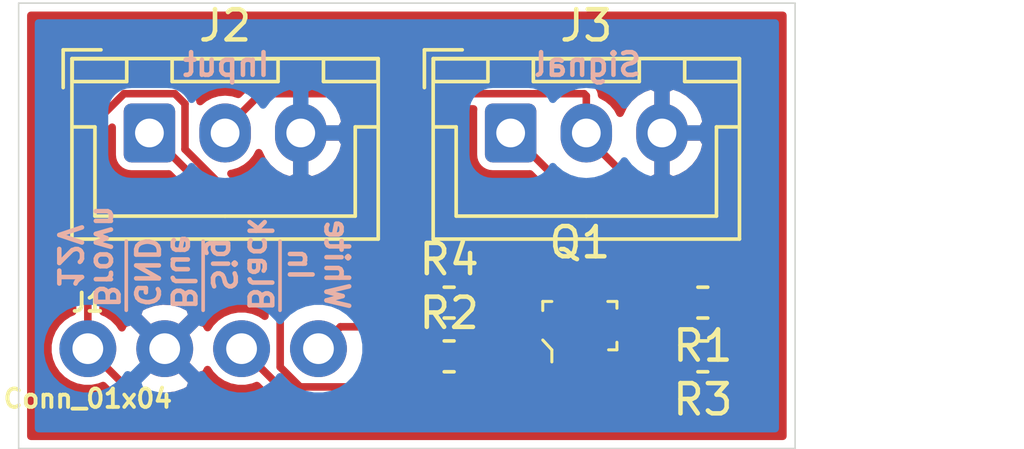
<source format=kicad_pcb>
(kicad_pcb (version 20171130) (host pcbnew "(5.1.2)-2")

  (general
    (thickness 1.6)
    (drawings 14)
    (tracks 62)
    (zones 0)
    (modules 9)
    (nets 8)
  )

  (page A4)
  (layers
    (0 F.Cu signal)
    (31 B.Cu signal)
    (32 B.Adhes user)
    (33 F.Adhes user)
    (34 B.Paste user)
    (35 F.Paste user)
    (36 B.SilkS user)
    (37 F.SilkS user)
    (38 B.Mask user)
    (39 F.Mask user)
    (40 Dwgs.User user)
    (41 Cmts.User user)
    (42 Eco1.User user)
    (43 Eco2.User user)
    (44 Edge.Cuts user)
    (45 Margin user)
    (46 B.CrtYd user)
    (47 F.CrtYd user)
    (48 B.Fab user)
    (49 F.Fab user)
  )

  (setup
    (last_trace_width 0.25)
    (trace_clearance 0.2)
    (zone_clearance 0.508)
    (zone_45_only no)
    (trace_min 0.2)
    (via_size 0.8)
    (via_drill 0.4)
    (via_min_size 0.4)
    (via_min_drill 0.3)
    (uvia_size 0.3)
    (uvia_drill 0.1)
    (uvias_allowed no)
    (uvia_min_size 0.2)
    (uvia_min_drill 0.1)
    (edge_width 0.05)
    (segment_width 0.2)
    (pcb_text_width 0.3)
    (pcb_text_size 1.5 1.5)
    (mod_edge_width 0.12)
    (mod_text_size 1 1)
    (mod_text_width 0.15)
    (pad_size 1.524 1.524)
    (pad_drill 0.762)
    (pad_to_mask_clearance 0.051)
    (solder_mask_min_width 0.25)
    (aux_axis_origin 0 0)
    (visible_elements FFF9FF7F)
    (pcbplotparams
      (layerselection 0x010fc_ffffffff)
      (usegerberextensions false)
      (usegerberattributes false)
      (usegerberadvancedattributes false)
      (creategerberjobfile false)
      (excludeedgelayer true)
      (linewidth 0.100000)
      (plotframeref false)
      (viasonmask false)
      (mode 1)
      (useauxorigin false)
      (hpglpennumber 1)
      (hpglpenspeed 20)
      (hpglpendiameter 15.000000)
      (psnegative false)
      (psa4output false)
      (plotreference true)
      (plotvalue true)
      (plotinvisibletext false)
      (padsonsilk false)
      (subtractmaskfromsilk false)
      (outputformat 1)
      (mirror false)
      (drillshape 1)
      (scaleselection 1)
      (outputdirectory ""))
  )

  (net 0 "")
  (net 1 12V-Input)
  (net 2 12V-Signal)
  (net 3 GND)
  (net 4 12V)
  (net 5 5V)
  (net 6 5V-Input)
  (net 7 5V-Signal)

  (net_class Default "This is the default net class."
    (clearance 0.2)
    (trace_width 0.25)
    (via_dia 0.8)
    (via_drill 0.4)
    (uvia_dia 0.3)
    (uvia_drill 0.1)
    (add_net 12V)
    (add_net 12V-Input)
    (add_net 12V-Signal)
    (add_net 5V)
    (add_net 5V-Input)
    (add_net 5V-Signal)
    (add_net GND)
  )

  (module Custom:logo_v_sm_copper (layer B.Cu) (tedit 5E65855F) (tstamp 5E65F4F6)
    (at 131.318 89.408 180)
    (fp_text reference G*** (at 0 0) (layer B.SilkS) hide
      (effects (font (size 1.524 1.524) (thickness 0.3)) (justify mirror))
    )
    (fp_text value LOGO (at 0.75 0) (layer B.SilkS) hide
      (effects (font (size 1.524 1.524) (thickness 0.3)) (justify mirror))
    )
    (fp_poly (pts (xy -0.176849 0.917334) (xy -0.123057 0.889284) (xy -0.078446 0.84225) (xy -0.046855 0.778333)
      (xy -0.044171 0.769798) (xy -0.034478 0.699481) (xy -0.046304 0.633935) (xy -0.077643 0.577893)
      (xy -0.126488 0.536085) (xy -0.147775 0.525512) (xy -0.201427 0.510312) (xy -0.252101 0.514124)
      (xy -0.29152 0.528025) (xy -0.325552 0.543612) (xy -0.338688 0.555886) (xy -0.333184 0.571985)
      (xy -0.313236 0.596738) (xy -0.280537 0.653799) (xy -0.268292 0.718278) (xy -0.276548 0.78311)
      (xy -0.30535 0.841232) (xy -0.311592 0.84911) (xy -0.342774 0.886167) (xy -0.296619 0.908069)
      (xy -0.235982 0.924296) (xy -0.176849 0.917334)) (layer B.Mask) (width 0.01))
    (fp_poly (pts (xy -0.783307 3.961097) (xy -0.778576 3.94752) (xy -0.76864 3.914829) (xy -0.755096 3.868381)
      (xy -0.743901 3.82905) (xy -0.727414 3.771531) (xy -0.705804 3.697531) (xy -0.681374 3.614862)
      (xy -0.656425 3.531334) (xy -0.644721 3.4925) (xy -0.623525 3.42238) (xy -0.604648 3.35985)
      (xy -0.589426 3.309344) (xy -0.579193 3.275291) (xy -0.575549 3.26305) (xy -0.578574 3.249796)
      (xy -0.5986 3.237451) (xy -0.639429 3.223808) (xy -0.646636 3.221775) (xy -0.69277 3.209081)
      (xy -0.719619 3.202768) (xy -0.732394 3.202517) (xy -0.73631 3.20801) (xy -0.736569 3.216275)
      (xy -0.739786 3.23214) (xy -0.74861 3.267765) (xy -0.761772 3.318457) (xy -0.778002 3.379525)
      (xy -0.796031 3.446276) (xy -0.81459 3.514019) (xy -0.832409 3.578062) (xy -0.848221 3.633712)
      (xy -0.860755 3.676278) (xy -0.862816 3.683) (xy -0.868168 3.692633) (xy -0.871324 3.678903)
      (xy -0.872458 3.6409) (xy -0.872462 3.6322) (xy -0.873032 3.589712) (xy -0.874728 3.528836)
      (xy -0.877313 3.456548) (xy -0.880555 3.379823) (xy -0.881976 3.349591) (xy -0.891678 3.149532)
      (xy -0.96281 3.128853) (xy -1.004555 3.118871) (xy -1.031212 3.116961) (xy -1.038033 3.120449)
      (xy -1.046452 3.13447) (xy -1.067117 3.165394) (xy -1.097466 3.209486) (xy -1.134939 3.263014)
      (xy -1.163318 3.303087) (xy -1.206295 3.363831) (xy -1.245948 3.420486) (xy -1.279081 3.468439)
      (xy -1.302498 3.503079) (xy -1.310455 3.515394) (xy -1.329211 3.540962) (xy -1.34194 3.550721)
      (xy -1.344812 3.54365) (xy -1.335863 3.522163) (xy -1.328931 3.504184) (xy -1.316158 3.466616)
      (xy -1.299037 3.414186) (xy -1.279061 3.351622) (xy -1.257725 3.283653) (xy -1.236522 3.215007)
      (xy -1.216945 3.150411) (xy -1.200488 3.094594) (xy -1.197386 3.08379) (xy -1.19942 3.069294)
      (xy -1.217761 3.056671) (xy -1.256723 3.043) (xy -1.25835 3.042515) (xy -1.308568 3.028715)
      (xy -1.339237 3.02372) (xy -1.354601 3.027432) (xy -1.358898 3.039753) (xy -1.3589 3.040193)
      (xy -1.362314 3.055722) (xy -1.371805 3.09171) (xy -1.386251 3.144256) (xy -1.404531 3.209462)
      (xy -1.425521 3.283428) (xy -1.448098 3.362254) (xy -1.471141 3.44204) (xy -1.493526 3.518888)
      (xy -1.514132 3.588898) (xy -1.531835 3.64817) (xy -1.545513 3.692804) (xy -1.554044 3.718901)
      (xy -1.555064 3.72163) (xy -1.553818 3.733393) (xy -1.537686 3.74494) (xy -1.502931 3.758303)
      (xy -1.467462 3.769255) (xy -1.409912 3.785574) (xy -1.371516 3.794038) (xy -1.347268 3.794629)
      (xy -1.332161 3.787329) (xy -1.321188 3.772121) (xy -1.319362 3.768725) (xy -1.307398 3.74963)
      (xy -1.283183 3.713738) (xy -1.249339 3.664841) (xy -1.20849 3.606728) (xy -1.16334 3.5433)
      (xy -1.02235 3.34645) (xy -1.014547 3.49885) (xy -1.011073 3.575706) (xy -1.008019 3.659598)
      (xy -1.005803 3.738219) (xy -1.005022 3.77962) (xy -1.0033 3.90799) (xy -0.895105 3.937067)
      (xy -0.846549 3.949482) (xy -0.808396 3.958042) (xy -0.786396 3.961511) (xy -0.783307 3.961097)) (layer B.Mask) (width 0.01))
    (fp_poly (pts (xy 0.922268 3.933181) (xy 0.953072 3.924876) (xy 0.99693 3.91157) (xy 1.021417 3.903724)
      (xy 1.13044 3.868219) (xy 1.127379 3.791485) (xy 1.126491 3.751339) (xy 1.126111 3.692518)
      (xy 1.126238 3.621739) (xy 1.126875 3.545723) (xy 1.127308 3.512954) (xy 1.1303 3.311158)
      (xy 1.271946 3.493904) (xy 1.319244 3.555423) (xy 1.362631 3.612779) (xy 1.399048 3.661856)
      (xy 1.425438 3.698541) (xy 1.437663 3.716844) (xy 1.461733 3.757038) (xy 1.565891 3.72204)
      (xy 1.620137 3.701769) (xy 1.655801 3.683994) (xy 1.669934 3.670212) (xy 1.67005 3.669146)
      (xy 1.666087 3.649789) (xy 1.655044 3.611322) (xy 1.638187 3.557403) (xy 1.616783 3.491691)
      (xy 1.592099 3.417844) (xy 1.565401 3.33952) (xy 1.537956 3.260378) (xy 1.511031 3.184075)
      (xy 1.485893 3.114272) (xy 1.463808 3.054624) (xy 1.446044 3.008792) (xy 1.433866 2.980434)
      (xy 1.428929 2.972785) (xy 1.410411 2.977384) (xy 1.376985 2.988095) (xy 1.35255 2.996632)
      (xy 1.317623 3.011253) (xy 1.295691 3.02441) (xy 1.291606 3.030572) (xy 1.297794 3.051213)
      (xy 1.310732 3.090529) (xy 1.328602 3.143287) (xy 1.349583 3.20425) (xy 1.371858 3.268186)
      (xy 1.393606 3.329859) (xy 1.413008 3.384034) (xy 1.428245 3.425477) (xy 1.43449 3.4417)
      (xy 1.445014 3.468124) (xy 1.451615 3.486259) (xy 1.452725 3.494486) (xy 1.446777 3.491186)
      (xy 1.432202 3.47474) (xy 1.407433 3.44353) (xy 1.3709 3.395935) (xy 1.321037 3.330338)
      (xy 1.300717 3.303579) (xy 1.254819 3.243213) (xy 1.213145 3.188522) (xy 1.178573 3.143276)
      (xy 1.153985 3.111244) (xy 1.143 3.097115) (xy 1.130579 3.083916) (xy 1.116396 3.079553)
      (xy 1.09276 3.083817) (xy 1.057275 3.094786) (xy 0.9906 3.116349) (xy 0.989597 3.3965)
      (xy 0.988873 3.47863) (xy 0.987411 3.547456) (xy 0.985335 3.600254) (xy 0.982765 3.634298)
      (xy 0.979825 3.646864) (xy 0.97845 3.6449) (xy 0.971427 3.622692) (xy 0.958267 3.58088)
      (xy 0.940427 3.524099) (xy 0.919364 3.456984) (xy 0.900634 3.39725) (xy 0.878702 3.327538)
      (xy 0.859402 3.266686) (xy 0.844 3.218648) (xy 0.833765 3.187379) (xy 0.830024 3.176853)
      (xy 0.816812 3.177085) (xy 0.788365 3.184915) (xy 0.752555 3.197392) (xy 0.717253 3.211566)
      (xy 0.690331 3.224487) (xy 0.67966 3.233204) (xy 0.67966 3.233209) (xy 0.683507 3.246882)
      (xy 0.694151 3.280931) (xy 0.710369 3.331632) (xy 0.730939 3.39526) (xy 0.754638 3.468092)
      (xy 0.780244 3.546402) (xy 0.806533 3.626466) (xy 0.832283 3.704561) (xy 0.856272 3.776961)
      (xy 0.877276 3.839942) (xy 0.894074 3.889779) (xy 0.905442 3.922749) (xy 0.91003 3.93494)
      (xy 0.922268 3.933181)) (layer B.Mask) (width 0.01))
    (fp_poly (pts (xy 2.222074 3.36572) (xy 2.240965 3.357387) (xy 2.27008 3.33944) (xy 2.312169 3.310249)
      (xy 2.369986 3.268184) (xy 2.413502 3.235991) (xy 2.476592 3.189463) (xy 2.534373 3.147425)
      (xy 2.583113 3.112547) (xy 2.61908 3.0875) (xy 2.63854 3.074955) (xy 2.638763 3.074836)
      (xy 2.667676 3.059445) (xy 2.626335 3.001878) (xy 2.60194 2.969126) (xy 2.582878 2.945717)
      (xy 2.575599 2.938505) (xy 2.562659 2.943655) (xy 2.533441 2.961747) (xy 2.491783 2.990215)
      (xy 2.441523 3.026493) (xy 2.419826 3.042648) (xy 2.273447 3.152597) (xy 2.248715 3.122524)
      (xy 2.22418 3.089319) (xy 2.20574 3.058306) (xy 2.197206 3.036404) (xy 2.198139 3.030728)
      (xy 2.215123 3.01746) (xy 2.246768 2.993886) (xy 2.287561 2.963997) (xy 2.33199 2.931783)
      (xy 2.374544 2.901232) (xy 2.40971 2.876335) (xy 2.431976 2.861081) (xy 2.435814 2.858695)
      (xy 2.447246 2.844574) (xy 2.442911 2.821445) (xy 2.421687 2.786357) (xy 2.395078 2.751736)
      (xy 2.366017 2.715821) (xy 2.240283 2.811951) (xy 2.191309 2.848625) (xy 2.149117 2.878785)
      (xy 2.118007 2.899457) (xy 2.102281 2.907665) (xy 2.10185 2.907695) (xy 2.089327 2.898293)
      (xy 2.067973 2.875207) (xy 2.043531 2.845555) (xy 2.021744 2.816458) (xy 2.008357 2.795032)
      (xy 2.0066 2.789641) (xy 2.01631 2.780674) (xy 2.043045 2.759614) (xy 2.083213 2.729202)
      (xy 2.133222 2.692179) (xy 2.15876 2.673525) (xy 2.219314 2.629354) (xy 2.261332 2.59686)
      (xy 2.286558 2.572424) (xy 2.296734 2.552428) (xy 2.293606 2.533253) (xy 2.278915 2.511282)
      (xy 2.254405 2.482896) (xy 2.25196 2.480111) (xy 2.21615 2.439272) (xy 1.991305 2.606911)
      (xy 1.918252 2.661475) (xy 1.863343 2.703026) (xy 1.824343 2.733714) (xy 1.799019 2.755689)
      (xy 1.785137 2.7711) (xy 1.780461 2.782097) (xy 1.782758 2.79083) (xy 1.789793 2.799447)
      (xy 1.790452 2.80015) (xy 1.803749 2.816515) (xy 1.829433 2.849959) (xy 1.864946 2.89702)
      (xy 1.907733 2.954236) (xy 1.955238 3.018148) (xy 2.004904 3.085293) (xy 2.054175 3.152209)
      (xy 2.100495 3.215437) (xy 2.141307 3.271514) (xy 2.174056 3.316979) (xy 2.196185 3.348371)
      (xy 2.203952 3.36006) (xy 2.210654 3.366068) (xy 2.222074 3.36572)) (layer B.Mask) (width 0.01))
    (fp_poly (pts (xy -2.041939 3.146293) (xy -1.966326 3.093566) (xy -1.893847 3.043126) (xy -1.82832 2.997621)
      (xy -1.773561 2.9597) (xy -1.73339 2.932014) (xy -1.717264 2.921) (xy -1.683018 2.896795)
      (xy -1.659158 2.878014) (xy -1.651328 2.869526) (xy -1.660777 2.859354) (xy -1.686028 2.838971)
      (xy -1.721919 2.812508) (xy -1.727595 2.808485) (xy -1.80419 2.754469) (xy -1.947712 2.868325)
      (xy -2.041559 2.802801) (xy -2.094522 2.765572) (xy -2.129449 2.738329) (xy -2.148867 2.716152)
      (xy -2.155304 2.694119) (xy -2.151287 2.667306) (xy -2.139344 2.630793) (xy -2.135513 2.619849)
      (xy -2.121709 2.578457) (xy -2.112766 2.547998) (xy -2.110535 2.534805) (xy -2.110622 2.534719)
      (xy -2.122285 2.52667) (xy -2.148646 2.508321) (xy -2.17805 2.487798) (xy -2.214134 2.462791)
      (xy -2.242717 2.443347) (xy -2.25526 2.435156) (xy -2.262971 2.444543) (xy -2.276574 2.477953)
      (xy -2.29586 2.534751) (xy -2.320623 2.614304) (xy -2.350653 2.715978) (xy -2.374073 2.797764)
      (xy -2.400526 2.890947) (xy -2.42488 2.976429) (xy -2.446242 3.051095) (xy -2.463718 3.111829)
      (xy -2.471002 3.1369) (xy -2.303181 3.1369) (xy -2.30182 3.125666) (xy -2.293646 3.095122)
      (xy -2.280019 3.050008) (xy -2.263322 2.998149) (xy -2.217482 2.859398) (xy -2.14338 2.911378)
      (xy -2.108542 2.937804) (xy -2.085512 2.959204) (xy -2.078749 2.971365) (xy -2.079214 2.97198)
      (xy -2.098814 2.987732) (xy -2.130968 3.012316) (xy -2.170553 3.041961) (xy -2.212446 3.072892)
      (xy -2.251524 3.101339) (xy -2.282665 3.123529) (xy -2.300745 3.135689) (xy -2.303181 3.1369)
      (xy -2.471002 3.1369) (xy -2.476412 3.155518) (xy -2.48343 3.179046) (xy -2.484416 3.182035)
      (xy -2.477026 3.1947) (xy -2.452837 3.217407) (xy -2.416266 3.24623) (xy -2.395331 3.261278)
      (xy -2.301005 3.327136) (xy -2.041939 3.146293)) (layer B.Mask) (width 0.01))
    (fp_poly (pts (xy -2.09394 2.288714) (xy -2.062033 2.262783) (xy -2.046129 2.226949) (xy -2.048849 2.187254)
      (xy -2.072812 2.149738) (xy -2.074094 2.148514) (xy -2.114137 2.125437) (xy -2.157065 2.124065)
      (xy -2.195286 2.144538) (xy -2.1971 2.1463) (xy -2.219534 2.183444) (xy -2.221923 2.218819)
      (xy -2.2098 2.218819) (xy -2.208036 2.20419) (xy -2.199827 2.207641) (xy -2.183479 2.227138)
      (xy -2.158341 2.250344) (xy -2.133634 2.260576) (xy -2.132679 2.2606) (xy -2.112547 2.266098)
      (xy -2.1082 2.2733) (xy -2.118059 2.284196) (xy -2.141439 2.284915) (xy -2.169047 2.276444)
      (xy -2.186575 2.264982) (xy -2.204891 2.23868) (xy -2.2098 2.218819) (xy -2.221923 2.218819)
      (xy -2.222278 2.224059) (xy -2.207914 2.261342) (xy -2.179028 2.288488) (xy -2.13923 2.2987)
      (xy -2.09394 2.288714)) (layer B.Mask) (width 0.01))
    (fp_poly (pts (xy -0.567597 2.053033) (xy -0.531952 2.044682) (xy -0.505725 2.035809) (xy -0.440844 2.011157)
      (xy -0.49985 1.976577) (xy -0.539949 1.948971) (xy -0.574751 1.918152) (xy -0.586616 1.904449)
      (xy -0.608775 1.879677) (xy -0.627426 1.867242) (xy -0.629749 1.8669) (xy -0.648425 1.861314)
      (xy -0.681632 1.846774) (xy -0.716261 1.829479) (xy -0.752761 1.811381) (xy -0.778423 1.800762)
      (xy -0.7874 1.799788) (xy -0.779869 1.814619) (xy -0.75982 1.844016) (xy -0.731068 1.883095)
      (xy -0.697432 1.92697) (xy -0.662727 1.970758) (xy -0.63077 2.009574) (xy -0.605377 2.038532)
      (xy -0.590365 2.052748) (xy -0.589346 2.05327) (xy -0.567597 2.053033)) (layer B.Mask) (width 0.01))
    (fp_poly (pts (xy -3.031164 2.615907) (xy -2.999427 2.59046) (xy -2.977994 2.570365) (xy -2.972193 2.561927)
      (xy -2.979481 2.548734) (xy -2.999647 2.519897) (xy -3.029663 2.479579) (xy -3.066504 2.431942)
      (xy -3.069153 2.428577) (xy -3.107787 2.379527) (xy -3.141487 2.336686) (xy -3.166686 2.304596)
      (xy -3.179813 2.287797) (xy -3.179954 2.287614) (xy -3.183419 2.272795) (xy -3.170589 2.253064)
      (xy -3.142927 2.227478) (xy -3.113242 2.203314) (xy -3.091969 2.187748) (xy -3.085866 2.184589)
      (xy -3.076176 2.194077) (xy -3.054499 2.220106) (xy -3.023957 2.258801) (xy -2.98767 2.306284)
      (xy -2.984266 2.310807) (xy -2.947169 2.359054) (xy -2.914941 2.398909) (xy -2.890877 2.426443)
      (xy -2.878269 2.437725) (xy -2.877858 2.437807) (xy -2.862527 2.430651) (xy -2.834815 2.411549)
      (xy -2.810254 2.392339) (xy -2.754042 2.346277) (xy -2.790838 2.306614) (xy -2.816194 2.277636)
      (xy -2.850492 2.2363) (xy -2.88726 2.190438) (xy -2.895792 2.179552) (xy -2.96395 2.092154)
      (xy -2.90755 2.043406) (xy -2.875992 2.017169) (xy -2.85223 1.99932) (xy -2.843082 1.994279)
      (xy -2.832882 2.003664) (xy -2.810278 2.029731) (xy -2.778214 2.068927) (xy -2.739636 2.117698)
      (xy -2.722432 2.139879) (xy -2.681834 2.191655) (xy -2.646292 2.23536) (xy -2.618814 2.267419)
      (xy -2.602408 2.284256) (xy -2.599581 2.285929) (xy -2.583037 2.278295) (xy -2.55644 2.259345)
      (xy -2.527124 2.235199) (xy -2.502424 2.211977) (xy -2.489674 2.195799) (xy -2.4892 2.193826)
      (xy -2.496868 2.178834) (xy -2.516955 2.150882) (xy -2.54465 2.116576) (xy -2.573256 2.081849)
      (xy -2.612542 2.032898) (xy -2.657769 1.975683) (xy -2.7042 1.916167) (xy -2.71405 1.903429)
      (xy -2.828001 1.755807) (xy -2.877676 1.79678) (xy -2.901856 1.816242) (xy -2.942571 1.848473)
      (xy -2.996272 1.890688) (xy -3.059413 1.940102) (xy -3.128447 1.993931) (xy -3.16865 2.025193)
      (xy -3.236151 2.077872) (xy -3.29665 2.125555) (xy -3.347349 2.165998) (xy -3.385446 2.196954)
      (xy -3.40814 2.216177) (xy -3.413347 2.221408) (xy -3.407003 2.233738) (xy -3.38731 2.262696)
      (xy -3.356662 2.304977) (xy -3.317452 2.357275) (xy -3.273647 2.414265) (xy -3.226497 2.475166)
      (xy -3.18357 2.531073) (xy -3.147801 2.578126) (xy -3.122128 2.612464) (xy -3.110147 2.629205)
      (xy -3.089743 2.660063) (xy -3.031164 2.615907)) (layer B.Mask) (width 0.01))
    (fp_poly (pts (xy 3.227096 2.454266) (xy 3.247268 2.428786) (xy 3.274941 2.392044) (xy 3.288091 2.374148)
      (xy 3.353504 2.284496) (xy 3.242963 2.116973) (xy 3.192984 2.041107) (xy 3.136546 1.955238)
      (xy 3.080265 1.869442) (xy 3.030758 1.793797) (xy 3.026661 1.787525) (xy 2.98943 1.731448)
      (xy 2.956669 1.683842) (xy 2.930996 1.648377) (xy 2.915029 1.628723) (xy 2.911425 1.625971)
      (xy 2.899898 1.635709) (xy 2.878214 1.661074) (xy 2.850769 1.696874) (xy 2.846791 1.702321)
      (xy 2.791632 1.778301) (xy 2.8319 1.824164) (xy 2.86549 1.864118) (xy 2.884256 1.89494)
      (xy 2.888007 1.922938) (xy 2.876547 1.95442) (xy 2.849683 1.995696) (xy 2.825625 2.028412)
      (xy 2.793901 2.070972) (xy 2.768445 2.105125) (xy 2.752676 2.12628) (xy 2.749282 2.130835)
      (xy 2.73701 2.128571) (xy 2.707071 2.119286) (xy 2.665577 2.104899) (xy 2.659181 2.102582)
      (xy 2.57175 2.070744) (xy 2.549633 2.098997) (xy 2.515183 2.144734) (xy 2.494008 2.175384)
      (xy 2.901215 2.175384) (xy 2.910356 2.159542) (xy 2.928585 2.132045) (xy 2.950941 2.099927)
      (xy 2.972465 2.070224) (xy 2.988196 2.049972) (xy 2.993008 2.045196) (xy 3.000891 2.054569)
      (xy 3.020658 2.080391) (xy 3.049229 2.118588) (xy 3.079819 2.160032) (xy 3.11311 2.206285)
      (xy 3.139401 2.244537) (xy 3.155852 2.270535) (xy 3.159901 2.279932) (xy 3.14685 2.277793)
      (xy 3.11501 2.268477) (xy 3.069442 2.253555) (xy 3.025126 2.238145) (xy 2.960439 2.213614)
      (xy 2.919631 2.1945) (xy 2.901863 2.180377) (xy 2.901215 2.175384) (xy 2.494008 2.175384)
      (xy 2.487712 2.184496) (xy 2.470129 2.2138) (xy 2.465342 2.228164) (xy 2.465598 2.228532)
      (xy 2.478255 2.233201) (xy 2.51159 2.244221) (xy 2.562009 2.260467) (xy 2.625915 2.280816)
      (xy 2.699712 2.304143) (xy 2.779804 2.329325) (xy 2.862595 2.355235) (xy 2.94449 2.380751)
      (xy 3.021891 2.404748) (xy 3.091204 2.426101) (xy 3.148832 2.443687) (xy 3.191179 2.45638)
      (xy 3.214649 2.463058) (xy 3.218084 2.4638) (xy 3.227096 2.454266)) (layer B.Mask) (width 0.01))
    (fp_poly (pts (xy -0.311469 1.962538) (xy -0.277395 1.950709) (xy -0.224018 1.931136) (xy -0.153481 1.904651)
      (xy -0.067931 1.872085) (xy 0.030489 1.83427) (xy 0.139632 1.792037) (xy 0.257354 1.746217)
      (xy 0.38151 1.697643) (xy 0.509954 1.647146) (xy 0.640543 1.595556) (xy 0.77113 1.543707)
      (xy 0.899571 1.492428) (xy 0.97155 1.463553) (xy 1.081338 1.419427) (xy 1.184824 1.377836)
      (xy 1.279418 1.339823) (xy 1.36253 1.306427) (xy 1.43157 1.278689) (xy 1.483948 1.257649)
      (xy 1.517072 1.244349) (xy 1.527175 1.240299) (xy 1.551991 1.228179) (xy 1.5621 1.218967)
      (xy 1.551201 1.20954) (xy 1.524721 1.198255) (xy 1.491981 1.188246) (xy 1.462304 1.182651)
      (xy 1.453248 1.182357) (xy 1.434446 1.186906) (xy 1.395657 1.198923) (xy 1.34074 1.21712)
      (xy 1.273551 1.240207) (xy 1.197948 1.266897) (xy 1.1684 1.277505) (xy 1.095789 1.303398)
      (xy 1.003716 1.335768) (xy 0.896801 1.373017) (xy 0.779665 1.413547) (xy 0.656927 1.455759)
      (xy 0.533207 1.498054) (xy 0.413126 1.538833) (xy 0.41275 1.538961) (xy -0.08255 1.706525)
      (xy -0.204969 1.834338) (xy -0.248847 1.880628) (xy -0.28528 1.919978) (xy -0.311198 1.949002)
      (xy -0.323534 1.964315) (xy -0.324094 1.965792) (xy -0.311469 1.962538)) (layer B.Mask) (width 0.01))
    (fp_poly (pts (xy -1.98198 1.917863) (xy -1.965424 1.89145) (xy -1.942352 1.852079) (xy -1.927278 1.825447)
      (xy -1.899203 1.77647) (xy -1.861827 1.712975) (xy -1.819325 1.641973) (xy -1.775874 1.570473)
      (xy -1.759882 1.544469) (xy -1.723262 1.484407) (xy -1.69189 1.431543) (xy -1.668017 1.389783)
      (xy -1.653891 1.363031) (xy -1.651 1.355461) (xy -1.659609 1.343053) (xy -1.682088 1.318529)
      (xy -1.713424 1.286755) (xy -1.7486 1.252597) (xy -1.782599 1.220922) (xy -1.810405 1.196594)
      (xy -1.827002 1.184481) (xy -1.827461 1.184278) (xy -1.832385 1.193858) (xy -1.836839 1.221874)
      (xy -1.83895 1.247778) (xy -1.846546 1.317565) (xy -1.862254 1.408137) (xy -1.885432 1.516436)
      (xy -1.91544 1.639403) (xy -1.942069 1.739516) (xy -1.959444 1.803752) (xy -1.973779 1.858654)
      (xy -1.983984 1.899894) (xy -1.98897 1.923143) (xy -1.989172 1.926662) (xy -1.98198 1.917863)) (layer B.Mask) (width 0.01))
    (fp_poly (pts (xy -3.688824 1.742397) (xy -3.665816 1.735264) (xy -3.630453 1.721725) (xy -3.613636 1.714709)
      (xy -3.558032 1.690874) (xy -3.602445 1.588148) (xy -3.621884 1.540488) (xy -3.635834 1.501017)
      (xy -3.642196 1.47592) (xy -3.642122 1.471215) (xy -3.629423 1.462601) (xy -3.596478 1.446348)
      (xy -3.546728 1.423981) (xy -3.483618 1.397027) (xy -3.410587 1.36701) (xy -3.373791 1.352269)
      (xy -3.297263 1.321698) (xy -3.228905 1.294082) (xy -3.172173 1.270843) (xy -3.130524 1.253401)
      (xy -3.107413 1.243178) (xy -3.103932 1.241265) (xy -3.105176 1.227273) (xy -3.114382 1.196433)
      (xy -3.129584 1.155278) (xy -3.13044 1.153133) (xy -3.163214 1.071266) (xy -3.438982 1.182431)
      (xy -3.517186 1.213475) (xy -3.58744 1.240446) (xy -3.646379 1.262127) (xy -3.690636 1.277301)
      (xy -3.716846 1.284751) (xy -3.722542 1.284973) (xy -3.730405 1.269723) (xy -3.744308 1.236968)
      (xy -3.761583 1.193062) (xy -3.766111 1.1811) (xy -3.78374 1.135433) (xy -3.798557 1.099347)
      (xy -3.807931 1.079183) (xy -3.80912 1.077368) (xy -3.823724 1.07731) (xy -3.854272 1.085785)
      (xy -3.8862 1.09778) (xy -3.922761 1.114838) (xy -3.94685 1.129824) (xy -3.95294 1.138013)
      (xy -3.947505 1.152444) (xy -3.933838 1.187124) (xy -3.913255 1.238764) (xy -3.88707 1.304073)
      (xy -3.856597 1.379763) (xy -3.829117 1.4478) (xy -3.789194 1.545415) (xy -3.757163 1.621098)
      (xy -3.732124 1.676749) (xy -3.713171 1.714263) (xy -3.699401 1.735538) (xy -3.689911 1.742472)
      (xy -3.688824 1.742397)) (layer B.Mask) (width 0.01))
    (fp_poly (pts (xy -0.392724 1.994955) (xy -0.375139 1.983233) (xy -0.351191 1.961997) (xy -0.318534 1.929086)
      (xy -0.274818 1.882343) (xy -0.217696 1.819605) (xy -0.188446 1.787196) (xy -0.115884 1.707045)
      (xy -0.033713 1.616902) (xy 0.051372 1.524069) (xy 0.132681 1.435848) (xy 0.201182 1.362049)
      (xy 0.266779 1.291105) (xy 0.316413 1.235806) (xy 0.351997 1.193747) (xy 0.375441 1.162525)
      (xy 0.388654 1.139735) (xy 0.393549 1.122973) (xy 0.3937 1.119836) (xy 0.387191 1.071572)
      (xy 0.370377 1.018149) (xy 0.347328 0.970205) (xy 0.325391 0.941249) (xy 0.296476 0.914085)
      (xy 0.235521 0.946495) (xy 0.162315 0.98963) (xy 0.071495 1.050508) (xy -0.036612 1.128888)
      (xy -0.161682 1.22453) (xy -0.303389 1.337195) (xy -0.3937 1.410761) (xy -0.477702 1.479988)
      (xy -0.543773 1.535131) (xy -0.593846 1.577933) (xy -0.629853 1.610143) (xy -0.653727 1.633507)
      (xy -0.6674 1.64977) (xy -0.672802 1.660679) (xy -0.6731 1.663302) (xy -0.667266 1.693396)
      (xy -0.651993 1.737524) (xy -0.630625 1.787775) (xy -0.626009 1.79705) (xy -0.53975 1.79705)
      (xy -0.508 1.824038) (xy -0.469311 1.854859) (xy -0.436612 1.873624) (xy -0.4063 1.879148)
      (xy -0.374773 1.870246) (xy -0.338426 1.845734) (xy -0.293658 1.804427) (xy -0.236865 1.74514)
      (xy -0.223148 1.730375) (xy -0.170622 1.673954) (xy -0.105875 1.604838) (xy -0.034238 1.528692)
      (xy 0.038958 1.451182) (xy 0.108382 1.377972) (xy 0.11555 1.370435) (xy 0.175618 1.306224)
      (xy 0.228783 1.247326) (xy 0.272564 1.196648) (xy 0.304475 1.157095) (xy 0.322035 1.131573)
      (xy 0.32448 1.12596) (xy 0.333865 1.098196) (xy 0.340383 1.094329) (xy 0.341857 1.112865)
      (xy 0.339115 1.136004) (xy 0.334403 1.150521) (xy 0.323351 1.170068) (xy 0.304452 1.196408)
      (xy 0.276202 1.231306) (xy 0.237094 1.276523) (xy 0.185624 1.333825) (xy 0.120285 1.404973)
      (xy 0.039573 1.491733) (xy -0.00785 1.542404) (xy -0.099512 1.639804) (xy -0.175541 1.719656)
      (xy -0.237294 1.78329) (xy -0.286129 1.832039) (xy -0.323404 1.867233) (xy -0.350477 1.890204)
      (xy -0.368706 1.902283) (xy -0.377684 1.905) (xy -0.426623 1.893797) (xy -0.477028 1.862929)
      (xy -0.508 1.833182) (xy -0.53975 1.79705) (xy -0.626009 1.79705) (xy -0.606507 1.836234)
      (xy -0.584636 1.872618) (xy -0.537377 1.927523) (xy -0.4816 1.970861) (xy -0.425088 1.996744)
      (xy -0.418204 1.998495) (xy -0.406296 1.999322) (xy -0.392724 1.994955)) (layer B.Mask) (width 0.01))
    (fp_poly (pts (xy -1.521831 1.42375) (xy -1.529769 1.392646) (xy -1.543049 1.34621) (xy -1.560446 1.288864)
      (xy -1.565347 1.273175) (xy -1.586791 1.206269) (xy -1.604051 1.157907) (xy -1.620149 1.122277)
      (xy -1.638101 1.093566) (xy -1.660928 1.06596) (xy -1.687584 1.037822) (xy -1.751591 0.979205)
      (xy -1.810584 0.939396) (xy -1.862571 0.919202) (xy -1.90556 0.919432) (xy -1.934782 0.937626)
      (xy -1.953833 0.976019) (xy -1.952448 1.02103) (xy -1.931362 1.065246) (xy -1.920875 1.077701)
      (xy -1.90021 1.097987) (xy -1.866225 1.129773) (xy -1.822321 1.170021) (xy -1.771902 1.215693)
      (xy -1.718369 1.263754) (xy -1.665126 1.311165) (xy -1.615575 1.35489) (xy -1.573119 1.391892)
      (xy -1.541159 1.419135) (xy -1.523099 1.43358) (xy -1.520461 1.4351) (xy -1.521831 1.42375)) (layer B.Mask) (width 0.01))
    (fp_poly (pts (xy 1.644144 1.19767) (xy 1.67252 1.175915) (xy 1.699637 1.147931) (xy 1.718893 1.120529)
      (xy 1.72369 1.100532) (xy 1.709588 1.084118) (xy 1.677193 1.058291) (xy 1.630639 1.025556)
      (xy 1.574061 0.988423) (xy 1.511594 0.949399) (xy 1.447371 0.910991) (xy 1.385527 0.875708)
      (xy 1.330198 0.846058) (xy 1.285517 0.824549) (xy 1.25562 0.813687) (xy 1.249431 0.812866)
      (xy 1.224009 0.819263) (xy 1.189429 0.835177) (xy 1.177958 0.841742) (xy 1.142877 0.866846)
      (xy 1.114874 0.893404) (xy 1.110079 0.899517) (xy 1.094998 0.929619) (xy 1.096999 0.956132)
      (xy 1.097129 0.956291) (xy 1.158467 0.956291) (xy 1.16205 0.954227) (xy 1.177253 0.961586)
      (xy 1.211103 0.978158) (xy 1.25947 1.001915) (xy 1.318222 1.030829) (xy 1.360257 1.051542)
      (xy 1.424618 1.082526) (xy 1.482538 1.109018) (xy 1.529557 1.129083) (xy 1.561213 1.140789)
      (xy 1.571269 1.143) (xy 1.598838 1.13539) (xy 1.629764 1.117049) (xy 1.630237 1.116679)
      (xy 1.652387 1.102456) (xy 1.663422 1.101643) (xy 1.6637 1.103057) (xy 1.654587 1.118778)
      (xy 1.632315 1.140386) (xy 1.628975 1.143071) (xy 1.592419 1.162807) (xy 1.55595 1.162796)
      (xy 1.527163 1.153639) (xy 1.482868 1.135505) (xy 1.428168 1.110911) (xy 1.368165 1.082376)
      (xy 1.307961 1.052414) (xy 1.252658 1.023544) (xy 1.207358 0.998281) (xy 1.177162 0.979143)
      (xy 1.1684 0.971624) (xy 1.158467 0.956291) (xy 1.097129 0.956291) (xy 1.118056 0.981724)
      (xy 1.160142 1.009063) (xy 1.209162 1.033467) (xy 1.327254 1.087691) (xy 1.427031 1.13223)
      (xy 1.507564 1.166695) (xy 1.567923 1.190696) (xy 1.60718 1.203842) (xy 1.621109 1.206384)
      (xy 1.644144 1.19767)) (layer B.Mask) (width 0.01))
    (fp_poly (pts (xy -0.518241 3.044609) (xy -0.464752 3.035595) (xy -0.391886 3.016787) (xy -0.30312 2.98948)
      (xy -0.201928 2.954964) (xy -0.091788 2.914534) (xy 0.023824 2.869482) (xy 0.141433 2.821101)
      (xy 0.257563 2.770685) (xy 0.368737 2.719526) (xy 0.41275 2.698309) (xy 0.694367 2.549726)
      (xy 0.977981 2.379227) (xy 1.259734 2.18961) (xy 1.535767 1.983674) (xy 1.802221 1.764219)
      (xy 2.055237 1.534044) (xy 2.161648 1.429755) (xy 2.217172 1.373102) (xy 2.256107 1.330426)
      (xy 2.280514 1.298459) (xy 2.292454 1.273933) (xy 2.293987 1.253581) (xy 2.287175 1.234135)
      (xy 2.286194 1.232264) (xy 2.271896 1.217816) (xy 2.240097 1.192667) (xy 2.193937 1.158887)
      (xy 2.136557 1.118543) (xy 2.071099 1.073704) (xy 2.000703 1.026438) (xy 1.92851 0.978814)
      (xy 1.857661 0.9329) (xy 1.791298 0.890764) (xy 1.73256 0.854476) (xy 1.68459 0.826102)
      (xy 1.650527 0.807712) (xy 1.633514 0.801373) (xy 1.632424 0.801743) (xy 1.632863 0.815502)
      (xy 1.638304 0.84799) (xy 1.647691 0.893272) (xy 1.652516 0.91451) (xy 1.667907 0.973489)
      (xy 1.683189 1.013842) (xy 1.701269 1.042163) (xy 1.715104 1.056522) (xy 1.740886 1.081219)
      (xy 1.750358 1.09855) (xy 1.745805 1.118453) (xy 1.734543 1.14108) (xy 1.727457 1.156489)
      (xy 1.726227 1.169983) (xy 1.733483 1.185475) (xy 1.751855 1.206879) (xy 1.783972 1.238107)
      (xy 1.825857 1.276974) (xy 1.8847 1.331519) (xy 1.927984 1.370894) (xy 1.959329 1.396583)
      (xy 1.982357 1.410069) (xy 2.000689 1.412835) (xy 2.017944 1.406363) (xy 2.037745 1.392136)
      (xy 2.061377 1.373431) (xy 2.101573 1.341048) (xy 2.137904 1.309462) (xy 2.158316 1.289778)
      (xy 2.17782 1.267267) (xy 2.180818 1.252524) (xy 2.168369 1.234967) (xy 2.164263 1.230349)
      (xy 2.145197 1.212092) (xy 2.110944 1.182167) (xy 2.066262 1.144636) (xy 2.01591 1.103558)
      (xy 2.01295 1.10118) (xy 1.954746 1.054443) (xy 1.913727 1.021305) (xy 1.8873 0.999434)
      (xy 1.872871 0.986492) (xy 1.867845 0.980146) (xy 1.869628 0.97806) (xy 1.875626 0.9779)
      (xy 1.875996 0.9779) (xy 1.895346 0.985284) (xy 1.929689 1.005195) (xy 1.9742 1.034272)
      (xy 2.024053 1.069154) (xy 2.074423 1.106481) (xy 2.120486 1.142891) (xy 2.152581 1.170548)
      (xy 2.186637 1.204623) (xy 2.211518 1.23514) (xy 2.22237 1.256058) (xy 2.2225 1.257585)
      (xy 2.211576 1.282116) (xy 2.180798 1.315158) (xy 2.133148 1.354112) (xy 2.071613 1.396376)
      (xy 2.042249 1.414548) (xy 1.989435 1.448884) (xy 1.931336 1.490604) (xy 1.88595 1.526273)
      (xy 1.798645 1.59429) (xy 1.692081 1.669376) (xy 1.570545 1.749068) (xy 1.43832 1.830904)
      (xy 1.299694 1.912423) (xy 1.15895 1.991161) (xy 1.020376 2.064656) (xy 0.888255 2.130448)
      (xy 0.766874 2.186072) (xy 0.66675 2.226757) (xy 0.469934 2.288879) (xy 0.254097 2.335582)
      (xy 0.020606 2.366595) (xy -0.077098 2.374524) (xy -0.149797 2.379156) (xy -0.202238 2.381502)
      (xy -0.239483 2.381282) (xy -0.266594 2.378217) (xy -0.288634 2.372027) (xy -0.310664 2.362433)
      (xy -0.312532 2.361532) (xy -0.348166 2.338402) (xy -0.39566 2.299072) (xy -0.451208 2.247337)
      (xy -0.511007 2.186988) (xy -0.57125 2.12182) (xy -0.628131 2.055627) (xy -0.662192 2.01295)
      (xy -0.739044 1.908335) (xy -0.823319 1.785099) (xy -0.912198 1.647866) (xy -1.002865 1.50126)
      (xy -1.092502 1.349905) (xy -1.178291 1.198424) (xy -1.257416 1.051442) (xy -1.306172 0.956031)
      (xy -1.390215 0.7874) (xy -1.460283 0.787448) (xy -1.529781 0.795263) (xy -1.570934 0.812241)
      (xy -1.611065 0.850759) (xy -1.631737 0.905093) (xy -1.632744 0.974486) (xy -1.626197 1.012846)
      (xy -1.610246 1.074799) (xy -1.586269 1.154707) (xy -1.556148 1.247138) (xy -1.521765 1.34666)
      (xy -1.485004 1.447841) (xy -1.447747 1.545248) (xy -1.435713 1.574839) (xy -1.27633 1.574839)
      (xy -1.276095 1.5748) (xy -1.268186 1.585128) (xy -1.249749 1.613618) (xy -1.223123 1.656529)
      (xy -1.190644 1.710122) (xy -1.170965 1.743075) (xy -1.139413 1.79662) (xy -1.097779 1.867932)
      (xy -1.048554 1.952711) (xy -0.994229 2.046653) (xy -0.937294 2.145457) (xy -0.880239 2.24482)
      (xy -0.856659 2.286) (xy -0.803648 2.377636) (xy -0.752313 2.464449) (xy -0.704556 2.543368)
      (xy -0.662277 2.611322) (xy -0.627377 2.665238) (xy -0.601757 2.702045) (xy -0.591039 2.715278)
      (xy -0.564851 2.741648) (xy -0.539561 2.761981) (xy -0.512578 2.77599) (xy -0.481309 2.783389)
      (xy -0.44316 2.783889) (xy -0.395538 2.777205) (xy -0.335853 2.763048) (xy -0.261509 2.741132)
      (xy -0.169916 2.711169) (xy -0.05848 2.672873) (xy 0.010866 2.648625) (xy 0.142641 2.602721)
      (xy 0.264467 2.560915) (xy 0.374446 2.523822) (xy 0.470681 2.492056) (xy 0.551274 2.466231)
      (xy 0.614328 2.446964) (xy 0.657944 2.434867) (xy 0.680227 2.430557) (xy 0.682631 2.430999)
      (xy 0.677668 2.438507) (xy 0.654039 2.453093) (xy 0.610927 2.475142) (xy 0.547517 2.505038)
      (xy 0.462991 2.543166) (xy 0.356533 2.589911) (xy 0.227326 2.645657) (xy 0.221982 2.647947)
      (xy 0.079091 2.708965) (xy -0.042548 2.760417) (xy -0.14489 2.803057) (xy -0.22989 2.837642)
      (xy -0.299504 2.864928) (xy -0.355687 2.88567) (xy -0.400396 2.900624) (xy -0.435584 2.910546)
      (xy -0.463208 2.916191) (xy -0.47625 2.917778) (xy -0.518603 2.919017) (xy -0.550367 2.911143)
      (xy -0.584825 2.89038) (xy -0.592835 2.88462) (xy -0.611104 2.870067) (xy -0.629161 2.852428)
      (xy -0.648118 2.829756) (xy -0.669084 2.800099) (xy -0.693169 2.761507) (xy -0.721485 2.71203)
      (xy -0.755142 2.649719) (xy -0.795249 2.572623) (xy -0.842918 2.478792) (xy -0.899259 2.366277)
      (xy -0.965382 2.233126) (xy -0.975876 2.211934) (xy -1.05132 2.059092) (xy -1.115414 1.928282)
      (xy -1.16842 1.818945) (xy -1.210601 1.730524) (xy -1.242219 1.662461) (xy -1.263538 1.614198)
      (xy -1.274821 1.585176) (xy -1.27633 1.574839) (xy -1.435713 1.574839) (xy -1.411876 1.633451)
      (xy -1.407598 1.643524) (xy -1.351049 1.771287) (xy -1.288058 1.905376) (xy -1.220172 2.043047)
      (xy -1.148938 2.181559) (xy -1.075904 2.318168) (xy -1.002614 2.450131) (xy -0.930617 2.574705)
      (xy -0.861458 2.689149) (xy -0.796685 2.790718) (xy -0.737843 2.87667) (xy -0.686481 2.944262)
      (xy -0.652537 2.982542) (xy -0.617872 3.017009) (xy -0.59347 3.036858) (xy -0.571783 3.045579)
      (xy -0.545261 3.046661) (xy -0.518241 3.044609)) (layer B.Mask) (width 0.01))
    (fp_poly (pts (xy -0.32919 1.088093) (xy -0.308912 1.08612) (xy -0.236823 1.077113) (xy -0.303543 1.054526)
      (xy -0.361283 1.02716) (xy -0.413886 0.9891) (xy -0.420082 0.983292) (xy -0.450784 0.954256)
      (xy -0.465642 0.944295) (xy -0.466462 0.95422) (xy -0.455052 0.984844) (xy -0.450107 0.996772)
      (xy -0.43643 1.032291) (xy -0.433656 1.046388) (xy -0.440799 1.040087) (xy -0.456868 1.01441)
      (xy -0.480877 0.97038) (xy -0.486993 0.958591) (xy -0.516544 0.906334) (xy -0.549491 0.855906)
      (xy -0.579201 0.81738) (xy -0.58199 0.814297) (xy -0.613989 0.783301) (xy -0.643273 0.767075)
      (xy -0.681859 0.759699) (xy -0.695325 0.758465) (xy -0.732514 0.756287) (xy -0.756717 0.756509)
      (xy -0.762 0.758021) (xy -0.75568 0.775467) (xy -0.738601 0.809305) (xy -0.713587 0.854465)
      (xy -0.683463 0.905875) (xy -0.651053 0.958464) (xy -0.645555 0.9671) (xy -0.608896 1.019928)
      (xy -0.578019 1.055474) (xy -0.555403 1.07089) (xy -0.555221 1.070934) (xy -0.483268 1.083145)
      (xy -0.403322 1.089149) (xy -0.32919 1.088093)) (layer B.Mask) (width 0.01))
    (fp_poly (pts (xy 3.783026 1.546624) (xy 3.793934 1.515951) (xy 3.80773 1.475252) (xy 3.834492 1.394754)
      (xy 3.6868 1.202202) (xy 3.638216 1.139169) (xy 3.592732 1.080723) (xy 3.553448 1.030807)
      (xy 3.523466 0.993362) (xy 3.506279 0.972766) (xy 3.487045 0.949904) (xy 3.484599 0.941804)
      (xy 3.498009 0.945028) (xy 3.49885 0.94534) (xy 3.518883 0.952594) (xy 3.558335 0.966716)
      (xy 3.612679 0.986092) (xy 3.677392 1.009108) (xy 3.730247 1.027872) (xy 3.936244 1.100947)
      (xy 3.963327 1.019562) (xy 3.97627 0.97799) (xy 3.984239 0.947013) (xy 3.985524 0.933292)
      (xy 3.985503 0.933271) (xy 3.972675 0.928019) (xy 3.938942 0.915665) (xy 3.887438 0.897316)
      (xy 3.821296 0.874079) (xy 3.743649 0.84706) (xy 3.65763 0.817368) (xy 3.650823 0.815028)
      (xy 3.56329 0.784887) (xy 3.482963 0.75712) (xy 3.413178 0.732886) (xy 3.357269 0.713349)
      (xy 3.318571 0.699669) (xy 3.300419 0.693008) (xy 3.300144 0.692893) (xy 3.287481 0.692614)
      (xy 3.275596 0.706209) (xy 3.261869 0.737746) (xy 3.250781 0.769608) (xy 3.235849 0.818892)
      (xy 3.230386 0.851036) (xy 3.233607 0.872137) (xy 3.236783 0.878272) (xy 3.25123 0.898864)
      (xy 3.278245 0.935174) (xy 3.314595 0.983038) (xy 3.357043 1.038288) (xy 3.402357 1.09676)
      (xy 3.447301 1.154286) (xy 3.488641 1.2067) (xy 3.523142 1.249837) (xy 3.54757 1.27953)
      (xy 3.554527 1.287522) (xy 3.573301 1.309531) (xy 3.574722 1.316134) (xy 3.56235 1.311137)
      (xy 3.540143 1.301658) (xy 3.500816 1.286643) (xy 3.448943 1.267676) (xy 3.389101 1.246346)
      (xy 3.325865 1.224236) (xy 3.263812 1.202935) (xy 3.207516 1.184027) (xy 3.161555 1.169099)
      (xy 3.130503 1.159736) (xy 3.118969 1.157455) (xy 3.113309 1.170953) (xy 3.102213 1.201831)
      (xy 3.088534 1.242061) (xy 3.074601 1.28878) (xy 3.070847 1.315851) (xy 3.076815 1.326694)
      (xy 3.077193 1.326822) (xy 3.098418 1.333303) (xy 3.132478 1.343592) (xy 3.14325 1.346831)
      (xy 3.169517 1.355287) (xy 3.215692 1.370742) (xy 3.277705 1.39181) (xy 3.351486 1.417105)
      (xy 3.432969 1.44524) (xy 3.484172 1.463015) (xy 3.564918 1.490896) (xy 3.637292 1.515489)
      (xy 3.697986 1.535702) (xy 3.743691 1.550444) (xy 3.771096 1.558622) (xy 3.777631 1.559845)
      (xy 3.783026 1.546624)) (layer B.Mask) (width 0.01))
    (fp_poly (pts (xy -0.534563 0.781552) (xy -0.54004 0.740285) (xy -0.540674 0.706563) (xy -0.53897 0.696042)
      (xy -0.535074 0.676018) (xy -0.541952 0.677121) (xy -0.557997 0.6983) (xy -0.568528 0.715365)
      (xy -0.593464 0.757629) (xy -0.522874 0.844119) (xy -0.534563 0.781552)) (layer B.Mask) (width 0.01))
    (fp_poly (pts (xy 1.318976 0.784452) (xy 1.339458 0.781063) (xy 1.341254 0.775847) (xy 1.322757 0.76478)
      (xy 1.3081 0.757186) (xy 1.272612 0.731898) (xy 1.237886 0.696489) (xy 1.228845 0.684648)
      (xy 1.199408 0.650228) (xy 1.171663 0.635985) (xy 1.160944 0.635) (xy 1.127848 0.635)
      (xy 1.165243 0.701191) (xy 1.20221 0.751734) (xy 1.24506 0.779306) (xy 1.298196 0.78629)
      (xy 1.318976 0.784452)) (layer B.Mask) (width 0.01))
    (fp_poly (pts (xy 1.231898 0.638122) (xy 1.2319 0.63754) (xy 1.228776 0.613271) (xy 1.219419 0.613611)
      (xy 1.212166 0.623407) (xy 1.212175 0.643171) (xy 1.217766 0.651347) (xy 1.22866 0.65609)
      (xy 1.231898 0.638122)) (layer B.Mask) (width 0.01))
    (fp_poly (pts (xy 1.435246 0.760246) (xy 1.462272 0.729818) (xy 1.474091 0.706798) (xy 1.495404 0.638757)
      (xy 1.493332 0.57673) (xy 1.467648 0.516299) (xy 1.464012 0.510543) (xy 1.443089 0.480275)
      (xy 1.424729 0.46438) (xy 1.399687 0.45823) (xy 1.358722 0.457201) (xy 1.357421 0.4572)
      (xy 1.312292 0.459281) (xy 1.287161 0.466382) (xy 1.277708 0.477289) (xy 1.270582 0.500774)
      (xy 1.275947 0.505096) (xy 1.283131 0.501384) (xy 1.285699 0.505461) (xy 1.27642 0.5254)
      (xy 1.270478 0.535559) (xy 1.249244 0.591952) (xy 1.249638 0.608891) (xy 1.27046 0.608891)
      (xy 1.286723 0.567113) (xy 1.293123 0.558459) (xy 1.316246 0.529903) (xy 1.338331 0.576445)
      (xy 1.351715 0.609145) (xy 1.352776 0.632698) (xy 1.342007 0.659889) (xy 1.341581 0.660746)
      (xy 1.330119 0.686765) (xy 1.33294 0.69897) (xy 1.352309 0.705924) (xy 1.353614 0.706253)
      (xy 1.392106 0.704572) (xy 1.425277 0.683874) (xy 1.448613 0.650531) (xy 1.457601 0.610912)
      (xy 1.448354 0.572536) (xy 1.419422 0.540111) (xy 1.381151 0.525265) (xy 1.355245 0.527179)
      (xy 1.337337 0.530944) (xy 1.341503 0.524888) (xy 1.3462 0.521406) (xy 1.377481 0.512937)
      (xy 1.414762 0.52154) (xy 1.447937 0.544647) (xy 1.450975 0.548049) (xy 1.470564 0.589123)
      (xy 1.470911 0.636379) (xy 1.452613 0.68014) (xy 1.442027 0.692728) (xy 1.402869 0.717983)
      (xy 1.362209 0.722383) (xy 1.324343 0.7098) (xy 1.293565 0.684108) (xy 1.274172 0.64918)
      (xy 1.27046 0.608891) (xy 1.249638 0.608891) (xy 1.250561 0.648557) (xy 1.272407 0.699802)
      (xy 1.312759 0.740117) (xy 1.351674 0.759099) (xy 1.400241 0.769211) (xy 1.435246 0.760246)) (layer B.Mask) (width 0.01))
    (fp_poly (pts (xy 1.189253 0.618504) (xy 1.207583 0.603181) (xy 1.226609 0.570432) (xy 1.229369 0.564811)
      (xy 1.251365 0.510967) (xy 1.256081 0.47559) (xy 1.243514 0.45874) (xy 1.233455 0.4572)
      (xy 1.206678 0.465027) (xy 1.196942 0.473075) (xy 1.178194 0.502664) (xy 1.157334 0.543948)
      (xy 1.140452 0.584584) (xy 1.137403 0.593725) (xy 1.134414 0.614073) (xy 1.147173 0.621504)
      (xy 1.165013 0.6223) (xy 1.189253 0.618504)) (layer B.Mask) (width 0.01))
    (fp_poly (pts (xy -0.616611 0.730673) (xy -0.601421 0.714822) (xy -0.582386 0.682745) (xy -0.573087 0.665664)
      (xy -0.540011 0.600343) (xy -0.510908 0.534937) (xy -0.488049 0.475278) (xy -0.47371 0.427195)
      (xy -0.4699 0.401059) (xy -0.471863 0.381532) (xy -0.482118 0.371854) (xy -0.507218 0.368597)
      (xy -0.532536 0.3683) (xy -0.572565 0.370327) (xy -0.597403 0.379247) (xy -0.617121 0.399323)
      (xy -0.622181 0.406232) (xy -0.642053 0.438754) (xy -0.667461 0.486645) (xy -0.69494 0.542585)
      (xy -0.721023 0.599254) (xy -0.742243 0.649331) (xy -0.755135 0.685496) (xy -0.756064 0.688975)
      (xy -0.759548 0.714001) (xy -0.749175 0.72306) (xy -0.734802 0.72404) (xy -0.701391 0.726246)
      (xy -0.66122 0.731402) (xy -0.65893 0.731775) (xy -0.633824 0.734817) (xy -0.616611 0.730673)) (layer B.Mask) (width 0.01))
    (fp_poly (pts (xy -0.156923 1.056933) (xy -0.117097 1.053481) (xy -0.084748 1.045556) (xy -0.07969 1.043268)
      (xy -0.056796 1.021348) (xy -0.030086 0.980941) (xy -0.002612 0.928014) (xy 0.022574 0.868535)
      (xy 0.04242 0.808469) (xy 0.044665 0.8001) (xy 0.059018 0.712606) (xy 0.053627 0.631338)
      (xy 0.027345 0.552266) (xy -0.020979 0.47136) (xy -0.064895 0.415711) (xy -0.095571 0.382009)
      (xy -0.118851 0.364301) (xy -0.142371 0.358106) (xy -0.162914 0.358212) (xy -0.197829 0.359944)
      (xy -0.248454 0.362187) (xy -0.305116 0.364516) (xy -0.317893 0.365016) (xy -0.426236 0.369208)
      (xy -0.43939 0.425904) (xy -0.446153 0.45941) (xy -0.448312 0.47976) (xy -0.447351 0.4826)
      (xy -0.434849 0.47558) (xy -0.411583 0.458546) (xy -0.409866 0.4572) (xy -0.379354 0.436165)
      (xy -0.366349 0.433029) (xy -0.372164 0.446122) (xy -0.397376 0.473075) (xy -0.453432 0.539967)
      (xy -0.487107 0.614997) (xy -0.499448 0.697346) (xy -0.448939 0.697346) (xy -0.428902 0.632172)
      (xy -0.388161 0.573005) (xy -0.327466 0.523622) (xy -0.30136 0.509206) (xy -0.239129 0.486952)
      (xy -0.18134 0.486693) (xy -0.120066 0.508553) (xy -0.113123 0.512128) (xy -0.057929 0.554233)
      (xy -0.020872 0.609774) (xy -0.002183 0.674172) (xy -0.002093 0.742847) (xy -0.020834 0.81122)
      (xy -0.058638 0.874712) (xy -0.092985 0.910708) (xy -0.152711 0.948187) (xy -0.216928 0.961633)
      (xy -0.282557 0.95126) (xy -0.346516 0.917278) (xy -0.377307 0.891112) (xy -0.423893 0.830594)
      (xy -0.44752 0.764746) (xy -0.448939 0.697346) (xy -0.499448 0.697346) (xy -0.500217 0.702476)
      (xy -0.500527 0.7179) (xy -0.498976 0.771388) (xy -0.491793 0.811513) (xy -0.476085 0.850167)
      (xy -0.461899 0.87665) (xy -0.405518 0.953361) (xy -0.334952 1.00992) (xy -0.252583 1.044919)
      (xy -0.16079 1.05695) (xy -0.156923 1.056933)) (layer B.Mask) (width 0.01))
    (fp_poly (pts (xy 1.168056 0.244475) (xy 1.166843 0.197115) (xy 1.161603 0.165861) (xy 1.149233 0.141439)
      (xy 1.126629 0.114573) (xy 1.123435 0.111125) (xy 1.097826 0.084227) (xy 1.080416 0.067154)
      (xy 1.076154 0.063917) (xy 1.067002 0.072956) (xy 1.046406 0.095926) (xy 1.025525 0.120048)
      (xy 0.998454 0.154151) (xy 0.984184 0.1825) (xy 0.978688 0.216339) (xy 0.9779 0.252982)
      (xy 0.9779 0.3302) (xy 1.1684 0.3302) (xy 1.168056 0.244475)) (layer B.Mask) (width 0.01))
    (fp_poly (pts (xy 0.942975 0.327076) (xy 0.953062 0.31126) (xy 0.960113 0.273617) (xy 0.96264 0.240293)
      (xy 0.966022 0.194026) (xy 0.973704 0.162887) (xy 0.989977 0.136606) (xy 1.019128 0.104909)
      (xy 1.019207 0.104828) (xy 1.051012 0.068265) (xy 1.06173 0.044989) (xy 1.059169 0.03809)
      (xy 1.043873 0.039368) (xy 1.016412 0.062066) (xy 0.986726 0.09434) (xy 0.955667 0.131497)
      (xy 0.937845 0.159156) (xy 0.929587 0.186769) (xy 0.927221 0.223793) (xy 0.9271 0.247861)
      (xy 0.928519 0.295452) (xy 0.933199 0.320916) (xy 0.941765 0.327389) (xy 0.942975 0.327076)) (layer B.Mask) (width 0.01))
    (fp_poly (pts (xy 0.862617 0.244304) (xy 0.868834 0.197044) (xy 0.880172 0.162479) (xy 0.901527 0.129333)
      (xy 0.924629 0.101429) (xy 0.95545 0.068895) (xy 0.982314 0.046044) (xy 0.998404 0.0381)
      (xy 1.010996 0.031761) (xy 1.00965 0.0254) (xy 0.99995 0.015386) (xy 0.987015 0.016918)
      (xy 0.967289 0.032376) (xy 0.937216 0.06414) (xy 0.916304 0.087898) (xy 0.883583 0.126339)
      (xy 0.864274 0.153926) (xy 0.855033 0.178892) (xy 0.852515 0.209468) (xy 0.853092 0.243473)
      (xy 0.855284 0.32385) (xy 0.862617 0.244304)) (layer B.Mask) (width 0.01))
    (fp_poly (pts (xy 0.748758 0.194792) (xy 0.748217 0.06985) (xy 0.697223 0.0127) (xy 0.64623 -0.04445)
      (xy 0.589815 0.018703) (xy 0.5334 0.081855) (xy 0.5334 0.180628) (xy 0.531875 0.229918)
      (xy 0.527729 0.264431) (xy 0.5216 0.279192) (xy 0.5207 0.2794) (xy 0.51432 0.26757)
      (xy 0.509867 0.235492) (xy 0.508016 0.188291) (xy 0.508 0.183011) (xy 0.508 0.086621)
      (xy 0.571017 0.015917) (xy 0.607821 -0.028864) (xy 0.624822 -0.05859) (xy 0.622263 -0.073806)
      (xy 0.611675 -0.0762) (xy 0.599564 -0.067311) (xy 0.575603 -0.043731) (xy 0.54443 -0.010093)
      (xy 0.536225 -0.00085) (xy 0.4699 0.074499) (xy 0.4699 0.289523) (xy 0.561975 0.297685)
      (xy 0.615819 0.302844) (xy 0.666653 0.308358) (xy 0.701675 0.312791) (xy 0.7493 0.319733)
      (xy 0.748758 0.194792)) (layer B.Mask) (width 0.01))
    (fp_poly (pts (xy 0.405624 0.176939) (xy 0.41275 0.068128) (xy 0.478398 -0.005419) (xy 0.516828 -0.045089)
      (xy 0.544808 -0.066724) (xy 0.559421 -0.069465) (xy 0.570223 -0.068334) (xy 0.569178 -0.076813)
      (xy 0.560318 -0.091692) (xy 0.546147 -0.092256) (xy 0.523796 -0.076858) (xy 0.490392 -0.043854)
      (xy 0.466725 -0.018107) (xy 0.3937 0.062808) (xy 0.396099 0.174279) (xy 0.398499 0.28575)
      (xy 0.405624 0.176939)) (layer B.Mask) (width 0.01))
    (fp_poly (pts (xy 0.2667 -0.038667) (xy 0.21303 -0.098708) (xy 0.184612 -0.130699) (xy 0.163762 -0.154544)
      (xy 0.155566 -0.164355) (xy 0.145486 -0.158828) (xy 0.122202 -0.139129) (xy 0.090309 -0.109206)
      (xy 0.082681 -0.10173) (xy 0.013592 -0.033498) (xy 0.009431 0.081676) (xy 0.005271 0.19685)
      (xy 0.002692 0.08255) (xy 0.000114 -0.03175) (xy 0.069693 -0.109746) (xy 0.104405 -0.150312)
      (xy 0.122967 -0.176954) (xy 0.127522 -0.193377) (xy 0.12272 -0.201481) (xy 0.110471 -0.203693)
      (xy 0.09143 -0.192415) (xy 0.062597 -0.16531) (xy 0.027235 -0.127058) (xy -0.051698 -0.038897)
      (xy -0.04445 0.221523) (xy 0.04445 0.236042) (xy 0.101865 0.245053) (xy 0.160669 0.253708)
      (xy 0.200025 0.259068) (xy 0.2667 0.267575) (xy 0.2667 -0.038667)) (layer B.Mask) (width 0.01))
    (fp_poly (pts (xy -0.121094 0.191129) (xy -0.116826 0.157365) (xy -0.114565 0.105586) (xy -0.1143 0.076665)
      (xy -0.1143 -0.04987) (xy -0.036061 -0.133509) (xy 0.003996 -0.174573) (xy 0.030939 -0.197556)
      (xy 0.047325 -0.204368) (xy 0.053806 -0.200648) (xy 0.062172 -0.191337) (xy 0.060498 -0.202406)
      (xy 0.051764 -0.219346) (xy 0.036962 -0.221127) (xy 0.01368 -0.206361) (xy -0.020492 -0.173659)
      (xy -0.055542 -0.135611) (xy -0.1397 -0.041578) (xy -0.1397 0.080811) (xy -0.138451 0.138297)
      (xy -0.134966 0.179663) (xy -0.129644 0.201077) (xy -0.127 0.2032) (xy -0.121094 0.191129)) (layer B.Mask) (width 0.01))
    (fp_poly (pts (xy -0.300023 0.167816) (xy -0.296105 0.151687) (xy -0.293821 0.121912) (xy -0.29278 0.074979)
      (xy -0.29259 0.007373) (xy -0.29265 -0.021369) (xy -0.2932 -0.22225) (xy -0.356384 -0.2921)
      (xy -0.419567 -0.36195) (xy -0.557253 -0.20955) (xy -0.566229 0.01905) (xy -0.568865 -0.102283)
      (xy -0.5715 -0.223617) (xy -0.525946 -0.267383) (xy -0.47712 -0.317859) (xy -0.449314 -0.355457)
      (xy -0.442081 -0.380881) (xy -0.447828 -0.390916) (xy -0.460948 -0.391527) (xy -0.482812 -0.376592)
      (xy -0.515785 -0.344208) (xy -0.542925 -0.314442) (xy -0.6223 -0.225195) (xy -0.6223 0.097708)
      (xy -0.479425 0.132293) (xy -0.420559 0.146621) (xy -0.369319 0.159237) (xy -0.331623 0.168675)
      (xy -0.314325 0.173195) (xy -0.305966 0.173814) (xy -0.300023 0.167816)) (layer B.Mask) (width 0.01))
    (fp_poly (pts (xy -0.69215 -0.227436) (xy -0.611515 -0.317426) (xy -0.573153 -0.359258) (xy -0.54716 -0.384323)
      (xy -0.529692 -0.395405) (xy -0.516904 -0.395291) (xy -0.509915 -0.391033) (xy -0.495949 -0.380994)
      (xy -0.499635 -0.388131) (xy -0.506381 -0.396875) (xy -0.52385 -0.414585) (xy -0.532814 -0.4191)
      (xy -0.544584 -0.410231) (xy -0.569062 -0.386336) (xy -0.602204 -0.351484) (xy -0.626509 -0.324845)
      (xy -0.7112 -0.230591) (xy -0.708646 -0.08037) (xy -0.706092 0.06985) (xy -0.69215 -0.227436)) (layer B.Mask) (width 0.01))
    (fp_poly (pts (xy 1.056763 0.470421) (xy 1.118174 0.468791) (xy 1.161302 0.465761) (xy 1.182799 0.461234)
      (xy 1.183706 0.460635) (xy 1.208517 0.450678) (xy 1.250569 0.442978) (xy 1.301768 0.438011)
      (xy 1.354018 0.43625) (xy 1.399223 0.438168) (xy 1.429288 0.44424) (xy 1.432859 0.446048)
      (xy 1.453559 0.455021) (xy 1.472218 0.448862) (xy 1.491712 0.432306) (xy 1.518236 0.400481)
      (xy 1.520896 0.377188) (xy 1.499704 0.362303) (xy 1.499253 0.362158) (xy 1.484411 0.348693)
      (xy 1.458876 0.315662) (xy 1.424417 0.265629) (xy 1.382805 0.201158) (xy 1.338656 0.129527)
      (xy 1.274794 0.025254) (xy 1.21132 -0.075793) (xy 1.150065 -0.170884) (xy 1.092858 -0.25729)
      (xy 1.04153 -0.332282) (xy 0.997911 -0.393132) (xy 0.963831 -0.437111) (xy 0.94399 -0.458948)
      (xy 0.9135 -0.482738) (xy 0.883557 -0.498971) (xy 0.860562 -0.504993) (xy 0.850917 -0.498151)
      (xy 0.8509 -0.497542) (xy 0.857828 -0.481403) (xy 0.875789 -0.452021) (xy 0.895295 -0.423661)
      (xy 0.971173 -0.315448) (xy 1.043671 -0.206818) (xy 1.111127 -0.100638) (xy 1.171877 0.00023)
      (xy 1.224257 0.092918) (xy 1.266603 0.174562) (xy 1.297253 0.242297) (xy 1.314541 0.293257)
      (xy 1.316281 0.301357) (xy 1.318101 0.32409) (xy 1.312242 0.3413) (xy 1.295983 0.353554)
      (xy 1.266601 0.361422) (xy 1.221375 0.365471) (xy 1.157581 0.36627) (xy 1.072497 0.364389)
      (xy 1.022685 0.362678) (xy 0.76973 0.34938) (xy 0.517581 0.328394) (xy 0.269813 0.300284)
      (xy 0.03 0.265613) (xy -0.198285 0.224944) (xy -0.411468 0.17884) (xy -0.605974 0.127864)
      (xy -0.745554 0.084016) (xy -0.792591 0.068324) (xy -0.827501 0.05548) (xy -0.852278 0.041634)
      (xy -0.868917 0.022934) (xy -0.879412 -0.00447) (xy -0.88576 -0.044428) (xy -0.889954 -0.100792)
      (xy -0.893989 -0.177413) (xy -0.895495 -0.20542) (xy -0.908339 -0.43815) (xy -1.043773 -0.173534)
      (xy -1.017187 -0.120301) (xy -0.999137 -0.081453) (xy -0.993033 -0.053628) (xy -0.999775 -0.027401)
      (xy -1.020261 0.006655) (xy -1.030768 0.022056) (xy -1.058368 0.073168) (xy -1.074282 0.125882)
      (xy -1.078632 0.175263) (xy -1.071539 0.216376) (xy -1.053123 0.244284) (xy -1.025079 0.254071)
      (xy -1.004166 0.256014) (xy -0.962548 0.261385) (xy -0.904594 0.269564) (xy -0.834676 0.279934)
      (xy -0.757164 0.291876) (xy -0.7493 0.293111) (xy -0.654746 0.307484) (xy -0.580225 0.317463)
      (xy -0.520834 0.323472) (xy -0.471669 0.325939) (xy -0.427824 0.325288) (xy -0.40005 0.323411)
      (xy -0.333387 0.31921) (xy -0.25951 0.316788) (xy -0.199738 0.316622) (xy -0.14918 0.318224)
      (xy -0.116383 0.322302) (xy -0.093707 0.331305) (xy -0.073511 0.347683) (xy -0.060038 0.361408)
      (xy -0.043424 0.377925) (xy -0.026983 0.39025) (xy -0.00617 0.399741) (xy 0.023557 0.407756)
      (xy 0.066738 0.415653) (xy 0.127919 0.424788) (xy 0.17341 0.431186) (xy 0.233568 0.438189)
      (xy 0.308913 0.444769) (xy 0.396099 0.450827) (xy 0.491777 0.456265) (xy 0.592601 0.460986)
      (xy 0.695224 0.464892) (xy 0.796299 0.467887) (xy 0.892478 0.469871) (xy 0.980415 0.470749)
      (xy 1.056763 0.470421)) (layer B.Mask) (width 0.01))
    (fp_poly (pts (xy -1.823766 0.158947) (xy -1.802057 0.145174) (xy -1.777797 0.120487) (xy -1.749392 0.08284)
      (xy -1.715249 0.030185) (xy -1.673775 -0.039525) (xy -1.623377 -0.128337) (xy -1.581979 -0.202889)
      (xy -1.522542 -0.310528) (xy -1.531259 -0.421964) (xy -1.536016 -0.471566) (xy -1.541353 -0.50981)
      (xy -1.546394 -0.530973) (xy -1.548313 -0.5334) (xy -1.55746 -0.522827) (xy -1.574023 -0.494876)
      (xy -1.594702 -0.455195) (xy -1.598396 -0.447675) (xy -1.617785 -0.409014) (xy -1.646496 -0.353263)
      (xy -1.681783 -0.285681) (xy -1.7209 -0.211527) (xy -1.760588 -0.137019) (xy -1.808523 -0.045864)
      (xy -1.843959 0.025699) (xy -1.867632 0.079759) (xy -1.880278 0.118405) (xy -1.882633 0.143725)
      (xy -1.875431 0.157808) (xy -1.8659 0.16194) (xy -1.844516 0.163853) (xy -1.823766 0.158947)) (layer B.Mask) (width 0.01))
    (fp_poly (pts (xy 2.667741 -2.15444) (xy 2.721006 -2.20703) (xy 2.605347 -2.32589) (xy 2.562131 -2.371257)
      (xy 2.526219 -2.410776) (xy 2.500964 -2.440621) (xy 2.48972 -2.456965) (xy 2.489443 -2.458133)
      (xy 2.497749 -2.474229) (xy 2.519089 -2.499802) (xy 2.532655 -2.513636) (xy 2.576111 -2.555755)
      (xy 2.651476 -2.474852) (xy 2.690695 -2.432425) (xy 2.727421 -2.392133) (xy 2.755035 -2.361253)
      (xy 2.759745 -2.35585) (xy 2.79265 -2.31775) (xy 2.897476 -2.4216) (xy 2.789418 -2.534775)
      (xy 2.681359 -2.64795) (xy 2.734504 -2.703039) (xy 2.78765 -2.758128) (xy 3.04165 -2.490172)
      (xy 3.095521 -2.537311) (xy 3.149393 -2.58445) (xy 2.973319 -2.774408) (xy 2.919563 -2.831976)
      (xy 2.871329 -2.882817) (xy 2.831373 -2.924094) (xy 2.802452 -2.952967) (xy 2.787321 -2.966597)
      (xy 2.786098 -2.967274) (xy 2.773867 -2.959846) (xy 2.746255 -2.937434) (xy 2.706223 -2.902623)
      (xy 2.656732 -2.857999) (xy 2.600745 -2.806147) (xy 2.590332 -2.796365) (xy 2.527853 -2.737677)
      (xy 2.466218 -2.680025) (xy 2.409875 -2.627553) (xy 2.363275 -2.584404) (xy 2.33184 -2.555606)
      (xy 2.257964 -2.488662) (xy 2.395807 -2.341085) (xy 2.446598 -2.286545) (xy 2.494529 -2.23478)
      (xy 2.535424 -2.190323) (xy 2.565104 -2.157708) (xy 2.574062 -2.147679) (xy 2.614475 -2.10185)
      (xy 2.667741 -2.15444)) (layer B.Mask) (width 0.01))
    (fp_poly (pts (xy -1.3488 0.291126) (xy -1.32799 0.286876) (xy -1.30827 0.277362) (xy -1.28834 0.260592)
      (xy -1.2669 0.234579) (xy -1.242651 0.197332) (xy -1.214292 0.146861) (xy -1.180526 0.081177)
      (xy -1.140051 -0.00171) (xy -1.091568 -0.103789) (xy -1.036021 -0.22225) (xy -0.991115 -0.317606)
      (xy -0.944078 -0.416257) (xy -0.897623 -0.512599) (xy -0.854462 -0.601028) (xy -0.81731 -0.67594)
      (xy -0.79622 -0.71755) (xy -0.70485 -0.89535) (xy -0.6223 -0.892286) (xy -0.559695 -0.886722)
      (xy -0.473302 -0.873846) (xy -0.363629 -0.853755) (xy -0.231185 -0.826545) (xy -0.076478 -0.792312)
      (xy 0.00635 -0.773225) (xy 0.09557 -0.752043) (xy 0.192501 -0.728356) (xy 0.293957 -0.703005)
      (xy 0.396754 -0.676832) (xy 0.497708 -0.650678) (xy 0.593634 -0.625383) (xy 0.681347 -0.601789)
      (xy 0.757663 -0.580736) (xy 0.819397 -0.563067) (xy 0.863364 -0.549621) (xy 0.886379 -0.54124)
      (xy 0.887962 -0.540391) (xy 0.900508 -0.54624) (xy 0.922815 -0.56807) (xy 0.949306 -0.600206)
      (xy 0.982255 -0.641574) (xy 1.021556 -0.687764) (xy 1.063473 -0.73477) (xy 1.104271 -0.778588)
      (xy 1.140216 -0.815212) (xy 1.167573 -0.840636) (xy 1.182607 -0.850857) (xy 1.183078 -0.850899)
      (xy 1.184548 -0.842149) (xy 1.170855 -0.81787) (xy 1.144254 -0.781019) (xy 1.107001 -0.734555)
      (xy 1.061352 -0.681437) (xy 1.014911 -0.630341) (xy 0.918573 -0.52705) (xy 0.954738 -0.497383)
      (xy 0.981765 -0.469732) (xy 1.019818 -0.422774) (xy 1.067033 -0.359086) (xy 1.121545 -0.281248)
      (xy 1.181489 -0.191837) (xy 1.231102 -0.115276) (xy 1.26344 -0.065644) (xy 1.29114 -0.024982)
      (xy 1.311266 0.002527) (xy 1.320882 0.0127) (xy 1.320899 0.0127) (xy 1.332636 0.003366)
      (xy 1.35819 -0.022804) (xy 1.395203 -0.06306) (xy 1.44132 -0.114651) (xy 1.494186 -0.174828)
      (xy 1.551443 -0.240839) (xy 1.610735 -0.309935) (xy 1.669706 -0.379366) (xy 1.726 -0.446381)
      (xy 1.777261 -0.508231) (xy 1.821132 -0.562165) (xy 1.855258 -0.605433) (xy 1.877281 -0.635285)
      (xy 1.881261 -0.64135) (xy 1.901244 -0.682156) (xy 1.904093 -0.717623) (xy 1.88831 -0.752935)
      (xy 1.852399 -0.793276) (xy 1.831975 -0.81206) (xy 1.801216 -0.835353) (xy 1.752431 -0.866477)
      (xy 1.685127 -0.905687) (xy 1.59881 -0.953235) (xy 1.492989 -1.009375) (xy 1.367172 -1.07436)
      (xy 1.220865 -1.148443) (xy 1.053576 -1.231877) (xy 0.864814 -1.324917) (xy 0.654085 -1.427814)
      (xy 0.420897 -1.540823) (xy 0.323175 -1.587973) (xy 0.171177 -1.661155) (xy 0.040399 -1.723937)
      (xy -0.070769 -1.77706) (xy -0.163934 -1.821262) (xy -0.240705 -1.857283) (xy -0.30269 -1.88586)
      (xy -0.351497 -1.907735) (xy -0.388735 -1.923646) (xy -0.416012 -1.934331) (xy -0.434936 -1.940531)
      (xy -0.447117 -1.942983) (xy -0.449573 -1.9431) (xy -0.45539 -1.941314) (xy -0.462648 -1.93517)
      (xy -0.471905 -1.923488) (xy -0.483722 -1.905087) (xy -0.498655 -1.878787) (xy -0.517265 -1.843409)
      (xy -0.540111 -1.797771) (xy -0.56775 -1.740694) (xy -0.600743 -1.670996) (xy -0.639648 -1.587499)
      (xy -0.685024 -1.489022) (xy -0.73743 -1.374384) (xy -0.797425 -1.242406) (xy -0.865568 -1.091907)
      (xy -0.942417 -0.921707) (xy -1.028532 -0.730625) (xy -1.120167 -0.52705) (xy -1.168242 -0.420497)
      (xy -1.213395 -0.32099) (xy -1.254508 -0.230948) (xy -1.280914 -0.173551) (xy -1.247361 -0.173551)
      (xy -1.244962 -0.184159) (xy -1.232871 -0.21325) (xy -1.217748 -0.24765) (xy -1.194069 -0.30089)
      (xy -1.162545 -0.371211) (xy -1.124317 -0.456105) (xy -1.080528 -0.553065) (xy -1.032318 -0.659584)
      (xy -0.980829 -0.773156) (xy -0.9272 -0.891274) (xy -0.872574 -1.011431) (xy -0.818091 -1.131121)
      (xy -0.764893 -1.247837) (xy -0.714121 -1.359072) (xy -0.666916 -1.462318) (xy -0.624418 -1.555071)
      (xy -0.587769 -1.634822) (xy -0.558111 -1.699065) (xy -0.536583 -1.745294) (xy -0.524328 -1.771001)
      (xy -0.524006 -1.77165) (xy -0.496281 -1.826213) (xy -0.47584 -1.86163) (xy -0.458944 -1.881641)
      (xy -0.441853 -1.889981) (xy -0.420829 -1.890389) (xy -0.406927 -1.888683) (xy -0.386091 -1.881943)
      (xy -0.345056 -1.865255) (xy -0.286451 -1.839809) (xy -0.212908 -1.806792) (xy -0.127055 -1.767394)
      (xy -0.031523 -1.722801) (xy 0.071059 -1.674203) (xy 0.127 -1.647415) (xy 0.36899 -1.530881)
      (xy 0.592236 -1.422922) (xy 0.796359 -1.323729) (xy 0.98098 -1.233491) (xy 1.145719 -1.152397)
      (xy 1.290197 -1.080638) (xy 1.414036 -1.018403) (xy 1.516855 -0.965881) (xy 1.598277 -0.923262)
      (xy 1.657921 -0.890737) (xy 1.695409 -0.868494) (xy 1.710361 -0.856723) (xy 1.710402 -0.855269)
      (xy 1.696787 -0.858532) (xy 1.660783 -0.872737) (xy 1.602828 -0.897681) (xy 1.523357 -0.933163)
      (xy 1.422807 -0.97898) (xy 1.301613 -1.034929) (xy 1.160213 -1.100807) (xy 0.999043 -1.176413)
      (xy 0.818538 -1.261543) (xy 0.619136 -1.355996) (xy 0.401272 -1.459568) (xy 0.165383 -1.572057)
      (xy 0.136099 -1.586043) (xy 0.035112 -1.634108) (xy -0.05966 -1.678877) (xy -0.145554 -1.719119)
      (xy -0.219911 -1.753601) (xy -0.28007 -1.781092) (xy -0.323368 -1.80036) (xy -0.347146 -1.810172)
      (xy -0.34984 -1.811032) (xy -0.382946 -1.811104) (xy -0.400696 -1.802864) (xy -0.409499 -1.789024)
      (xy -0.428585 -1.75431) (xy -0.456982 -1.700622) (xy -0.493719 -1.629855) (xy -0.537823 -1.543909)
      (xy -0.588325 -1.44468) (xy -0.644252 -1.334068) (xy -0.704633 -1.213969) (xy -0.768497 -1.086281)
      (xy -0.806065 -1.010871) (xy -0.846133 -0.930566) (xy -0.681306 -0.930566) (xy -0.679536 -0.936706)
      (xy -0.670137 -0.955396) (xy -0.651884 -0.989084) (xy -0.623554 -1.040216) (xy -0.587407 -1.105005)
      (xy -0.549593 -1.173485) (xy -0.510903 -1.24489) (xy -0.475701 -1.311089) (xy -0.44835 -1.363951)
      (xy -0.446718 -1.36719) (xy -0.419637 -1.416785) (xy -0.392198 -1.45998) (xy -0.368997 -1.489758)
      (xy -0.362266 -1.496082) (xy -0.341995 -1.510043) (xy -0.322415 -1.515359) (xy -0.294767 -1.512721)
      (xy -0.256959 -1.504407) (xy -0.215904 -1.493038) (xy -0.158885 -1.475059) (xy -0.093639 -1.452997)
      (xy -0.03175 -1.430807) (xy 0.033784 -1.406222) (xy 0.116191 -1.374745) (xy 0.212918 -1.337392)
      (xy 0.321409 -1.295178) (xy 0.439112 -1.249118) (xy 0.56347 -1.200227) (xy 0.691931 -1.149521)
      (xy 0.821941 -1.098016) (xy 0.950944 -1.046725) (xy 1.076387 -0.996666) (xy 1.195715 -0.948852)
      (xy 1.306375 -0.904299) (xy 1.405813 -0.864023) (xy 1.491473 -0.829039) (xy 1.560802 -0.800362)
      (xy 1.611246 -0.779007) (xy 1.637821 -0.767156) (xy 1.690485 -0.741306) (xy 1.736257 -0.717168)
      (xy 1.769052 -0.698043) (xy 1.780696 -0.689709) (xy 1.796215 -0.66789) (xy 1.803349 -0.643382)
      (xy 1.800334 -0.625691) (xy 1.793205 -0.6223) (xy 1.781582 -0.613014) (xy 1.757781 -0.587816)
      (xy 1.725412 -0.550691) (xy 1.692587 -0.511175) (xy 1.645662 -0.455596) (xy 1.594039 -0.397767)
      (xy 1.54563 -0.346425) (xy 1.522964 -0.32385) (xy 1.443765 -0.24765) (xy 1.533425 -0.352851)
      (xy 1.614202 -0.449077) (xy 1.677381 -0.527586) (xy 1.723216 -0.588733) (xy 1.751961 -0.63287)
      (xy 1.763871 -0.66035) (xy 1.761885 -0.670258) (xy 1.729241 -0.690797) (xy 1.67299 -0.718867)
      (xy 1.593002 -0.754525) (xy 1.489146 -0.797831) (xy 1.36129 -0.84884) (xy 1.3081 -0.86959)
      (xy 1.236527 -0.897434) (xy 1.14522 -0.933065) (xy 1.038077 -0.974957) (xy 0.918995 -1.021582)
      (xy 0.791871 -1.071414) (xy 0.660602 -1.122926) (xy 0.529086 -1.174592) (xy 0.42566 -1.215267)
      (xy 0.306257 -1.262047) (xy 0.191693 -1.306545) (xy 0.084597 -1.347765) (xy -0.012402 -1.384714)
      (xy -0.096678 -1.416398) (xy -0.165601 -1.441822) (xy -0.216545 -1.459993) (xy -0.246881 -1.469917)
      (xy -0.249337 -1.470592) (xy -0.289172 -1.480274) (xy -0.318587 -1.482986) (xy -0.341837 -1.475784)
      (xy -0.363183 -1.455727) (xy -0.386881 -1.419873) (xy -0.41719 -1.365279) (xy -0.426337 -1.348288)
      (xy -0.458581 -1.289702) (xy -0.495874 -1.224147) (xy -0.535471 -1.156213) (xy -0.574624 -1.090492)
      (xy -0.610588 -1.031577) (xy -0.640617 -0.984058) (xy -0.661964 -0.952527) (xy -0.666851 -0.94615)
      (xy -0.676669 -0.93453) (xy -0.681306 -0.930566) (xy -0.846133 -0.930566) (xy -0.87188 -0.878966)
      (xy -0.935101 -0.753017) (xy -0.994714 -0.634995) (xy -1.049707 -0.52687) (xy -1.099067 -0.430611)
      (xy -1.141781 -0.348189) (xy -1.176836 -0.281573) (xy -1.20322 -0.232735) (xy -1.21992 -0.203643)
      (xy -1.224545 -0.19685) (xy -1.240433 -0.178692) (xy -1.247361 -0.173551) (xy -1.280914 -0.173551)
      (xy -1.290466 -0.152791) (xy -1.320152 -0.088938) (xy -1.342448 -0.041809) (xy -1.35624 -0.013823)
      (xy -1.360168 -0.006985) (xy -1.367133 -0.010534) (xy -1.37133 -0.03578) (xy -1.37215 -0.057785)
      (xy -1.373021 -0.088551) (xy -1.37516 -0.140122) (xy -1.378349 -0.207948) (xy -1.382369 -0.287477)
      (xy -1.387001 -0.374158) (xy -1.389497 -0.4191) (xy -1.406295 -0.71755) (xy -1.369792 -0.821608)
      (xy -1.34834 -0.879703) (xy -1.318499 -0.956015) (xy -1.281422 -1.047887) (xy -1.238262 -1.152665)
      (xy -1.190172 -1.267694) (xy -1.138304 -1.390318) (xy -1.083811 -1.517883) (xy -1.027846 -1.647733)
      (xy -0.971561 -1.777214) (xy -0.91611 -1.903669) (xy -0.862644 -2.024445) (xy -0.812316 -2.136886)
      (xy -0.76628 -2.238337) (xy -0.725688 -2.326142) (xy -0.691692 -2.397647) (xy -0.665445 -2.450197)
      (xy -0.65229 -2.474299) (xy -0.611668 -2.524974) (xy -0.563475 -2.551563) (xy -0.508059 -2.553889)
      (xy -0.499182 -2.552143) (xy -0.472412 -2.542103) (xy -0.429445 -2.521443) (xy -0.375668 -2.492933)
      (xy -0.316468 -2.459345) (xy -0.300829 -2.450109) (xy -0.250622 -2.419955) (xy -0.182962 -2.378951)
      (xy -0.100252 -2.328575) (xy -0.004893 -2.270308) (xy 0.100714 -2.20563) (xy 0.214167 -2.13602)
      (xy 0.333065 -2.062958) (xy 0.453088 -1.989105) (xy 0.7366 -1.989105) (xy 0.742777 -1.992906)
      (xy 0.75966 -1.976592) (xy 0.763619 -1.971675) (xy 0.774603 -1.956631) (xy 0.768026 -1.959785)
      (xy 0.758825 -1.96688) (xy 0.741236 -1.982546) (xy 0.7366 -1.989105) (xy 0.453088 -1.989105)
      (xy 0.455006 -1.987925) (xy 0.529101 -1.942273) (xy 0.803213 -1.942273) (xy 0.80495 -1.9431)
      (xy 0.81654 -1.934159) (xy 0.81915 -1.9304) (xy 0.822386 -1.918526) (xy 0.820649 -1.9177)
      (xy 0.809059 -1.92664) (xy 0.80645 -1.9304) (xy 0.803213 -1.942273) (xy 0.529101 -1.942273)
      (xy 0.577589 -1.912399) (xy 0.698413 -1.837862) (xy 0.815075 -1.765792) (xy 0.925174 -1.69767)
      (xy 1.02631 -1.634975) (xy 1.116079 -1.579188) (xy 1.192082 -1.531788) (xy 1.251916 -1.494256)
      (xy 1.293179 -1.46807) (xy 1.301318 -1.462817) (xy 1.390789 -1.406689) (xy 1.461678 -1.366745)
      (xy 1.514733 -1.342692) (xy 1.550703 -1.33424) (xy 1.570339 -1.341097) (xy 1.5748 -1.356523)
      (xy 1.572715 -1.368742) (xy 1.564958 -1.382832) (xy 1.549269 -1.400796) (xy 1.52339 -1.424636)
      (xy 1.485064 -1.456355) (xy 1.432032 -1.497956) (xy 1.362037 -1.551441) (xy 1.31445 -1.587436)
      (xy 1.229672 -1.652187) (xy 1.12834 -1.730874) (xy 1.013389 -1.821144) (xy 0.887753 -1.920642)
      (xy 0.754365 -2.027015) (xy 0.61616 -2.137909) (xy 0.476071 -2.250968) (xy 0.337033 -2.36384)
      (xy 0.20198 -2.474169) (xy 0.073846 -2.579603) (xy -0.04299 -2.676579) (xy -0.156245 -2.770533)
      (xy -0.251981 -2.848696) (xy -0.331667 -2.912151) (xy -0.396771 -2.961977) (xy -0.448763 -2.999256)
      (xy -0.489112 -3.025069) (xy -0.519285 -3.040496) (xy -0.540753 -3.046619) (xy -0.5461 -3.046786)
      (xy -0.567481 -3.039789) (xy -0.600385 -3.0231) (xy -0.61908 -3.01198) (xy -0.645174 -2.990914)
      (xy -0.673168 -2.95861) (xy -0.703732 -2.913672) (xy -0.737534 -2.854703) (xy -0.775244 -2.780305)
      (xy -0.817529 -2.689081) (xy -0.86506 -2.579634) (xy -0.918504 -2.450568) (xy -0.978531 -2.300486)
      (xy -1.04581 -2.127989) (xy -1.060152 -2.090788) (xy -1.11912 -1.936269) (xy -1.177082 -1.781885)
      (xy -1.233238 -1.629928) (xy -1.286784 -1.482691) (xy -1.33692 -1.342465) (xy -1.382843 -1.211543)
      (xy -1.423752 -1.092218) (xy -1.458845 -0.98678) (xy -1.487321 -0.897522) (xy -1.507336 -0.830232)
      (xy -1.456767 -0.830232) (xy -1.454833 -0.843953) (xy -1.4452 -0.878894) (xy -1.428774 -0.932378)
      (xy -1.406459 -1.001727) (xy -1.379161 -1.084265) (xy -1.347785 -1.177312) (xy -1.313237 -1.278192)
      (xy -1.276422 -1.384227) (xy -1.238245 -1.492739) (xy -1.199612 -1.601051) (xy -1.161428 -1.706486)
      (xy -1.149187 -1.7399) (xy -1.076269 -1.93612) (xy -1.006475 -2.119523) (xy -0.940622 -2.288069)
      (xy -0.879527 -2.439717) (xy -0.824005 -2.572427) (xy -0.774874 -2.684158) (xy -0.749475 -2.738866)
      (xy -0.717708 -2.804135) (xy -0.692634 -2.851044) (xy -0.670892 -2.88456) (xy -0.649117 -2.909645)
      (xy -0.623946 -2.931267) (xy -0.614201 -2.938577) (xy -0.576415 -2.963152) (xy -0.542744 -2.97973)
      (xy -0.525323 -2.984185) (xy -0.501537 -2.977526) (xy -0.465017 -2.95975) (xy -0.423578 -2.934671)
      (xy -0.422697 -2.934084) (xy -0.390046 -2.910586) (xy -0.342253 -2.873938) (xy -0.283508 -2.827466)
      (xy -0.218001 -2.774495) (xy -0.149923 -2.71835) (xy -0.132325 -2.703648) (xy -0.062677 -2.645627)
      (xy 0.021381 -2.576129) (xy 0.114454 -2.499585) (xy 0.211147 -2.420421) (xy 0.306064 -2.343067)
      (xy 0.381 -2.282304) (xy 0.457073 -2.220635) (xy 0.527689 -2.163094) (xy 0.590154 -2.111897)
      (xy 0.641776 -2.069262) (xy 0.679861 -2.037407) (xy 0.701716 -2.018549) (xy 0.70485 -2.015615)
      (xy 0.709785 -2.008769) (xy 0.69698 -2.016121) (xy 0.668553 -2.036033) (xy 0.626622 -2.066866)
      (xy 0.573303 -2.106981) (xy 0.510715 -2.154738) (xy 0.440976 -2.2085) (xy 0.366203 -2.266626)
      (xy 0.288514 -2.327479) (xy 0.210027 -2.389419) (xy 0.132859 -2.450808) (xy 0.059129 -2.510005)
      (xy -0.009047 -2.565374) (xy -0.0635 -2.610241) (xy -0.155392 -2.686183) (xy -0.23045 -2.74715)
      (xy -0.290974 -2.79487) (xy -0.339265 -2.83107) (xy -0.377625 -2.857479) (xy -0.408353 -2.875825)
      (xy -0.432372 -2.887276) (xy -0.460792 -2.89707) (xy -0.48459 -2.898003) (xy -0.5117 -2.888377)
      (xy -0.550053 -2.866489) (xy -0.561058 -2.859692) (xy -0.579687 -2.845015) (xy -0.599992 -2.822483)
      (xy -0.622555 -2.790818) (xy -0.64796 -2.748742) (xy -0.676792 -2.694979) (xy -0.709633 -2.628251)
      (xy -0.747066 -2.547282) (xy -0.789676 -2.450794) (xy -0.838046 -2.337509) (xy -0.892759 -2.206151)
      (xy -0.954398 -2.055443) (xy -1.023549 -1.884107) (xy -1.100792 -1.690866) (xy -1.139369 -1.59385)
      (xy -1.202492 -1.435065) (xy -1.25696 -1.29849) (xy -1.303374 -1.182678) (xy -1.342334 -1.086185)
      (xy -1.374442 -1.007566) (xy -1.400297 -0.945375) (xy -1.420501 -0.898169) (xy -1.435654 -0.864501)
      (xy -1.446357 -0.842927) (xy -1.45321 -0.832002) (xy -1.456767 -0.830232) (xy -1.507336 -0.830232)
      (xy -1.508376 -0.826737) (xy -1.521211 -0.776717) (xy -1.523126 -0.767265) (xy -1.527508 -0.730777)
      (xy -1.529374 -0.680874) (xy -1.528635 -0.615842) (xy -1.525203 -0.533965) (xy -1.518988 -0.433531)
      (xy -1.509902 -0.312823) (xy -1.497856 -0.170128) (xy -1.484774 -0.0254) (xy -1.475577 0.072208)
      (xy -1.467614 0.147433) (xy -1.459851 0.203188) (xy -1.451251 0.24239) (xy -1.440781 0.267953)
      (xy -1.427404 0.282792) (xy -1.410085 0.289821) (xy -1.387788 0.291956) (xy -1.371999 0.2921)
      (xy -1.3488 0.291126)) (layer B.Mask) (width 0.01))
    (fp_poly (pts (xy -2.592897 -2.129203) (xy -2.568386 -2.15123) (xy -2.535527 -2.182657) (xy -2.526695 -2.191349)
      (xy -2.455502 -2.261798) (xy -2.545708 -2.442174) (xy -2.57911 -2.50923) (xy -2.610734 -2.573194)
      (xy -2.637796 -2.628401) (xy -2.657513 -2.66919) (xy -2.66336 -2.681574) (xy -2.690807 -2.740599)
      (xy -2.479545 -2.639262) (xy -2.410534 -2.605859) (xy -2.348082 -2.575069) (xy -2.296374 -2.548999)
      (xy -2.259598 -2.529759) (xy -2.242577 -2.519921) (xy -2.228434 -2.512388) (xy -2.214131 -2.513595)
      (xy -2.194755 -2.526248) (xy -2.165389 -2.553057) (xy -2.143486 -2.574535) (xy -2.109612 -2.609782)
      (xy -2.084532 -2.639192) (xy -2.072477 -2.657687) (xy -2.072017 -2.660252) (xy -2.081257 -2.672254)
      (xy -2.106366 -2.699533) (xy -2.144987 -2.739672) (xy -2.194764 -2.790256) (xy -2.253341 -2.848868)
      (xy -2.318362 -2.913092) (xy -2.323281 -2.917918) (xy -2.572628 -3.162487) (xy -2.681146 -3.051915)
      (xy -2.499448 -2.876418) (xy -2.438487 -2.817111) (xy -2.395006 -2.773692) (xy -2.367833 -2.744812)
      (xy -2.355792 -2.729123) (xy -2.357711 -2.725276) (xy -2.372415 -2.731921) (xy -2.3749 -2.733313)
      (xy -2.406647 -2.75024) (xy -2.45571 -2.775111) (xy -2.516405 -2.8051) (xy -2.583044 -2.837381)
      (xy -2.613427 -2.851888) (xy -2.794803 -2.938071) (xy -2.844268 -2.889769) (xy -2.893733 -2.841468)
      (xy -2.862833 -2.782809) (xy -2.846001 -2.750005) (xy -2.821054 -2.700315) (xy -2.790967 -2.639709)
      (xy -2.758711 -2.574154) (xy -2.748218 -2.5527) (xy -2.664503 -2.38125) (xy -2.835186 -2.555234)
      (xy -3.00587 -2.729218) (xy -3.05907 -2.67501) (xy -3.112271 -2.620803) (xy -2.86149 -2.370851)
      (xy -2.796112 -2.305909) (xy -2.73663 -2.247246) (xy -2.685395 -2.197145) (xy -2.644755 -2.157888)
      (xy -2.61706 -2.13176) (xy -2.604658 -2.121042) (xy -2.604298 -2.1209) (xy -2.592897 -2.129203)) (layer B.Mask) (width 0.01))
    (fp_poly (pts (xy 2.023793 -2.734232) (xy 2.101651 -2.8623) (xy 2.167185 -2.97043) (xy 2.221362 -3.06033)
      (xy 2.265146 -3.133708) (xy 2.299505 -3.192272) (xy 2.325403 -3.23773) (xy 2.343806 -3.27179)
      (xy 2.355681 -3.29616) (xy 2.361993 -3.312548) (xy 2.363709 -3.322661) (xy 2.361793 -3.328209)
      (xy 2.360369 -3.329438) (xy 2.300398 -3.366972) (xy 2.252841 -3.391169) (xy 2.220544 -3.400668)
      (xy 2.212651 -3.400081) (xy 2.194808 -3.392784) (xy 2.158028 -3.376183) (xy 2.106208 -3.352091)
      (xy 2.043247 -3.322322) (xy 1.973042 -3.288691) (xy 1.965144 -3.284882) (xy 1.888717 -3.248723)
      (xy 1.827374 -3.221207) (xy 1.783012 -3.203113) (xy 1.75753 -3.195218) (xy 1.752445 -3.197722)
      (xy 1.763482 -3.215585) (xy 1.785482 -3.25064) (xy 1.815773 -3.298651) (xy 1.851685 -3.355379)
      (xy 1.873444 -3.389673) (xy 1.909886 -3.447546) (xy 1.94066 -3.497348) (xy 1.963546 -3.535411)
      (xy 1.976327 -3.558068) (xy 1.978193 -3.562779) (xy 1.962361 -3.573587) (xy 1.933575 -3.591262)
      (xy 1.899263 -3.611478) (xy 1.86685 -3.629907) (xy 1.843763 -3.642222) (xy 1.837246 -3.6449)
      (xy 1.826918 -3.634776) (xy 1.811413 -3.609803) (xy 1.808134 -3.603625) (xy 1.795565 -3.581321)
      (xy 1.771791 -3.540993) (xy 1.738962 -3.486218) (xy 1.699233 -3.420576) (xy 1.654755 -3.347646)
      (xy 1.625296 -3.299619) (xy 1.463776 -3.036888) (xy 1.537079 -2.991642) (xy 1.610382 -2.946397)
      (xy 1.860821 -3.067021) (xy 1.945203 -3.107255) (xy 2.008803 -3.136564) (xy 2.053417 -3.155664)
      (xy 2.080839 -3.165273) (xy 2.092864 -3.166107) (xy 2.091436 -3.159097) (xy 2.072758 -3.131036)
      (xy 2.046156 -3.089564) (xy 2.014392 -3.039159) (xy 1.980231 -2.984301) (xy 1.946435 -2.929467)
      (xy 1.915768 -2.879137) (xy 1.890993 -2.837789) (xy 1.874873 -2.809901) (xy 1.87008 -2.80035)
      (xy 1.87854 -2.787917) (xy 1.903744 -2.767986) (xy 1.936828 -2.746932) (xy 2.006744 -2.706214)
      (xy 2.023793 -2.734232)) (layer B.Mask) (width 0.01))
    (fp_poly (pts (xy -1.525039 -2.981578) (xy -1.483213 -3.004526) (xy -1.450173 -3.023409) (xy -1.432333 -3.034546)
      (xy -1.43147 -3.035228) (xy -1.430421 -3.049616) (xy -1.432551 -3.085785) (xy -1.437523 -3.140364)
      (xy -1.445 -3.20998) (xy -1.454644 -3.291258) (xy -1.465913 -3.37929) (xy -1.477943 -3.470242)
      (xy -1.489013 -3.554162) (xy -1.498642 -3.627374) (xy -1.506346 -3.686202) (xy -1.511644 -3.726969)
      (xy -1.513994 -3.745505) (xy -1.519499 -3.768113) (xy -1.531929 -3.777484) (xy -1.555576 -3.773599)
      (xy -1.594733 -3.756438) (xy -1.617252 -3.745054) (xy -1.657051 -3.723522) (xy -1.67832 -3.707804)
      (xy -1.685563 -3.693017) (xy -1.683288 -3.674276) (xy -1.683131 -3.673644) (xy -1.675295 -3.639142)
      (xy -1.666588 -3.596347) (xy -1.664996 -3.58796) (xy -1.655183 -3.535436) (xy -1.884009 -3.412424)
      (xy -1.94213 -3.478189) (xy -2.00025 -3.543955) (xy -2.079514 -3.502352) (xy -2.118127 -3.480598)
      (xy -2.145349 -3.462396) (xy -2.1557 -3.451442) (xy -2.155638 -3.450998) (xy -2.145868 -3.440191)
      (xy -2.119779 -3.414404) (xy -2.079722 -3.375876) (xy -2.02805 -3.326849) (xy -2.012779 -3.312492)
      (xy -1.78156 -3.312492) (xy -1.706755 -3.350441) (xy -1.668512 -3.369334) (xy -1.640672 -3.382127)
      (xy -1.62939 -3.386026) (xy -1.626254 -3.373364) (xy -1.61973 -3.340881) (xy -1.610831 -3.293772)
      (xy -1.602419 -3.24758) (xy -1.592725 -3.192647) (xy -1.585209 -3.148334) (xy -1.580712 -3.119711)
      (xy -1.579877 -3.1115) (xy -1.588997 -3.119921) (xy -1.612319 -3.142772) (xy -1.646177 -3.176432)
      (xy -1.681653 -3.211996) (xy -1.78156 -3.312492) (xy -2.012779 -3.312492) (xy -1.967112 -3.269562)
      (xy -1.899261 -3.206256) (xy -1.880563 -3.188888) (xy -1.608627 -2.936529) (xy -1.525039 -2.981578)) (layer B.Mask) (width 0.01))
    (fp_poly (pts (xy 1.137852 -3.165619) (xy 1.142473 -3.177812) (xy 1.153909 -3.210304) (xy 1.170876 -3.259316)
      (xy 1.192092 -3.321074) (xy 1.216274 -3.3918) (xy 1.242137 -3.467718) (xy 1.268398 -3.545051)
      (xy 1.293775 -3.620023) (xy 1.316984 -3.688857) (xy 1.336741 -3.747778) (xy 1.351764 -3.793007)
      (xy 1.360769 -3.82077) (xy 1.36274 -3.827428) (xy 1.353284 -3.836884) (xy 1.327146 -3.850414)
      (xy 1.292011 -3.864926) (xy 1.255565 -3.87733) (xy 1.225497 -3.884536) (xy 1.219009 -3.885215)
      (xy 1.210272 -3.878173) (xy 1.197569 -3.85522) (xy 1.180237 -3.81469) (xy 1.157616 -3.754915)
      (xy 1.129041 -3.674227) (xy 1.093852 -3.570959) (xy 1.092025 -3.565525) (xy 1.063177 -3.479558)
      (xy 1.036956 -3.401209) (xy 1.014465 -3.333791) (xy 0.996805 -3.280616) (xy 0.985081 -3.244997)
      (xy 0.980426 -3.230364) (xy 0.989698 -3.22109) (xy 1.015649 -3.20706) (xy 1.050795 -3.191352)
      (xy 1.087653 -3.177044) (xy 1.118741 -3.167214) (xy 1.136575 -3.164938) (xy 1.137852 -3.165619)) (layer B.Mask) (width 0.01))
    (fp_poly (pts (xy -0.582395 -3.291584) (xy -0.499451 -3.321785) (xy -0.465547 -3.341416) (xy -0.423376 -3.378471)
      (xy -0.385579 -3.427639) (xy -0.357248 -3.4807) (xy -0.343474 -3.529432) (xy -0.3429 -3.539443)
      (xy -0.344596 -3.554899) (xy -0.353404 -3.563666) (xy -0.374907 -3.567629) (xy -0.414688 -3.568673)
      (xy -0.429561 -3.5687) (xy -0.516221 -3.5687) (xy -0.527986 -3.522291) (xy -0.552431 -3.472095)
      (xy -0.594546 -3.439078) (xy -0.651728 -3.425112) (xy -0.663481 -3.424766) (xy -0.726169 -3.435861)
      (xy -0.776411 -3.468378) (xy -0.813409 -3.521169) (xy -0.836363 -3.593084) (xy -0.844474 -3.682975)
      (xy -0.84448 -3.685198) (xy -0.843113 -3.73997) (xy -0.8379 -3.777053) (xy -0.827321 -3.80405)
      (xy -0.817786 -3.818539) (xy -0.776955 -3.85593) (xy -0.726855 -3.87668) (xy -0.673888 -3.880698)
      (xy -0.624456 -3.867896) (xy -0.584961 -3.838184) (xy -0.573609 -3.82195) (xy -0.556858 -3.796722)
      (xy -0.544235 -3.784817) (xy -0.543402 -3.78468) (xy -0.520071 -3.789448) (xy -0.486035 -3.80169)
      (xy -0.448989 -3.8179) (xy -0.416627 -3.834575) (xy -0.396645 -3.84821) (xy -0.3937 -3.85286)
      (xy -0.403122 -3.879687) (xy -0.427493 -3.914588) (xy -0.460974 -3.951044) (xy -0.497726 -3.982536)
      (xy -0.525123 -3.999566) (xy -0.585587 -4.018226) (xy -0.659725 -4.025026) (xy -0.738651 -4.019782)
      (xy -0.803908 -4.005396) (xy -0.874058 -3.971555) (xy -0.936254 -3.918409) (xy -0.9847 -3.851964)
      (xy -1.010081 -3.791827) (xy -1.02453 -3.704425) (xy -1.02043 -3.614095) (xy -0.999619 -3.525892)
      (xy -0.963939 -3.444873) (xy -0.915227 -3.376094) (xy -0.855325 -3.324612) (xy -0.836103 -3.31363)
      (xy -0.757775 -3.286977) (xy -0.670854 -3.279805) (xy -0.582395 -3.291584)) (layer B.Mask) (width 0.01))
    (fp_poly (pts (xy 0.648012 -3.367195) (xy 0.649376 -3.395637) (xy 0.65303 -3.444945) (xy 0.658593 -3.510725)
      (xy 0.665685 -3.588581) (xy 0.673926 -3.674122) (xy 0.678632 -3.7211) (xy 0.686928 -3.805304)
      (xy 0.693878 -3.880794) (xy 0.699193 -3.944001) (xy 0.702585 -3.991358) (xy 0.703765 -4.019295)
      (xy 0.703233 -4.025329) (xy 0.688532 -4.029077) (xy 0.655874 -4.033115) (xy 0.617371 -4.036212)
      (xy 0.537218 -4.041315) (xy 0.528337 -3.912377) (xy 0.52327 -3.844004) (xy 0.51816 -3.797225)
      (xy 0.511525 -3.768272) (xy 0.501885 -3.753381) (xy 0.48776 -3.748783) (xy 0.467667 -3.750714)
      (xy 0.464951 -3.751176) (xy 0.433594 -3.755448) (xy 0.38604 -3.760614) (xy 0.331426 -3.7657)
      (xy 0.319134 -3.766731) (xy 0.212819 -3.775448) (xy 0.220239 -3.840349) (xy 0.225636 -3.889286)
      (xy 0.231891 -3.948452) (xy 0.236232 -3.990975) (xy 0.244807 -4.0767) (xy 0.208128 -4.076839)
      (xy 0.169433 -4.079116) (xy 0.126425 -4.084427) (xy 0.124924 -4.084673) (xy 0.078398 -4.092366)
      (xy 0.070774 -4.024208) (xy 0.06728 -3.990957) (xy 0.061917 -3.937374) (xy 0.055169 -3.86842)
      (xy 0.047521 -3.789055) (xy 0.039456 -3.704237) (xy 0.037454 -3.683) (xy 0.029652 -3.60184)
      (xy 0.022328 -3.528894) (xy 0.015899 -3.468072) (xy 0.010785 -3.423288) (xy 0.007403 -3.398456)
      (xy 0.006681 -3.395126) (xy 0.010226 -3.379819) (xy 0.034581 -3.370243) (xy 0.081481 -3.365892)
      (xy 0.107905 -3.3655) (xy 0.175632 -3.3655) (xy 0.183825 -3.463925) (xy 0.189882 -3.532569)
      (xy 0.19547 -3.579633) (xy 0.201869 -3.608877) (xy 0.210355 -3.624059) (xy 0.222207 -3.62894)
      (xy 0.238701 -3.627279) (xy 0.239299 -3.627164) (xy 0.267348 -3.623209) (xy 0.312447 -3.618407)
      (xy 0.3663 -3.613614) (xy 0.384175 -3.612211) (xy 0.4953 -3.603795) (xy 0.494907 -3.564022)
      (xy 0.493065 -3.531469) (xy 0.488601 -3.483901) (xy 0.482471 -3.431453) (xy 0.482281 -3.429985)
      (xy 0.476794 -3.384405) (xy 0.473474 -3.350082) (xy 0.472923 -3.333425) (xy 0.473148 -3.332812)
      (xy 0.486348 -3.33012) (xy 0.518011 -3.32584) (xy 0.561323 -3.320892) (xy 0.561975 -3.320823)
      (xy 0.6477 -3.31174) (xy 0.648012 -3.367195)) (layer B.Mask) (width 0.01))
  )

  (module Resistor_SMD:R_0603_1608Metric (layer F.Cu) (tedit 5B301BBD) (tstamp 5E658552)
    (at 127 89.662)
    (descr "Resistor SMD 0603 (1608 Metric), square (rectangular) end terminal, IPC_7351 nominal, (Body size source: http://www.tortai-tech.com/upload/download/2011102023233369053.pdf), generated with kicad-footprint-generator")
    (tags resistor)
    (path /5E65FDAD)
    (attr smd)
    (fp_text reference R4 (at 0 -1.43) (layer F.SilkS)
      (effects (font (size 1 1) (thickness 0.15)))
    )
    (fp_text value 4.7KOHM-0603-1_10W-1% (at 0 1.43) (layer F.Fab)
      (effects (font (size 1 1) (thickness 0.15)))
    )
    (fp_text user %R (at 0 0) (layer F.Fab)
      (effects (font (size 0.4 0.4) (thickness 0.06)))
    )
    (fp_line (start 1.48 0.73) (end -1.48 0.73) (layer F.CrtYd) (width 0.05))
    (fp_line (start 1.48 -0.73) (end 1.48 0.73) (layer F.CrtYd) (width 0.05))
    (fp_line (start -1.48 -0.73) (end 1.48 -0.73) (layer F.CrtYd) (width 0.05))
    (fp_line (start -1.48 0.73) (end -1.48 -0.73) (layer F.CrtYd) (width 0.05))
    (fp_line (start -0.162779 0.51) (end 0.162779 0.51) (layer F.SilkS) (width 0.12))
    (fp_line (start -0.162779 -0.51) (end 0.162779 -0.51) (layer F.SilkS) (width 0.12))
    (fp_line (start 0.8 0.4) (end -0.8 0.4) (layer F.Fab) (width 0.1))
    (fp_line (start 0.8 -0.4) (end 0.8 0.4) (layer F.Fab) (width 0.1))
    (fp_line (start -0.8 -0.4) (end 0.8 -0.4) (layer F.Fab) (width 0.1))
    (fp_line (start -0.8 0.4) (end -0.8 -0.4) (layer F.Fab) (width 0.1))
    (pad 2 smd roundrect (at 0.7875 0) (size 0.875 0.95) (layers F.Cu F.Paste F.Mask) (roundrect_rratio 0.25)
      (net 1 12V-Input))
    (pad 1 smd roundrect (at -0.7875 0) (size 0.875 0.95) (layers F.Cu F.Paste F.Mask) (roundrect_rratio 0.25)
      (net 4 12V))
    (model ${KISYS3DMOD}/Resistor_SMD.3dshapes/R_0603_1608Metric.wrl
      (at (xyz 0 0 0))
      (scale (xyz 1 1 1))
      (rotate (xyz 0 0 0))
    )
  )

  (module Resistor_SMD:R_0603_1608Metric (layer F.Cu) (tedit 5B301BBD) (tstamp 5E658541)
    (at 135.382 91.44 180)
    (descr "Resistor SMD 0603 (1608 Metric), square (rectangular) end terminal, IPC_7351 nominal, (Body size source: http://www.tortai-tech.com/upload/download/2011102023233369053.pdf), generated with kicad-footprint-generator")
    (tags resistor)
    (path /5E65D0FE)
    (attr smd)
    (fp_text reference R3 (at 0 -1.43) (layer F.SilkS)
      (effects (font (size 1 1) (thickness 0.15)))
    )
    (fp_text value 4.7KOHM-0603-1_10W-1% (at 0 1.43) (layer F.Fab)
      (effects (font (size 1 1) (thickness 0.15)))
    )
    (fp_text user %R (at 0 0) (layer F.Fab)
      (effects (font (size 0.4 0.4) (thickness 0.06)))
    )
    (fp_line (start 1.48 0.73) (end -1.48 0.73) (layer F.CrtYd) (width 0.05))
    (fp_line (start 1.48 -0.73) (end 1.48 0.73) (layer F.CrtYd) (width 0.05))
    (fp_line (start -1.48 -0.73) (end 1.48 -0.73) (layer F.CrtYd) (width 0.05))
    (fp_line (start -1.48 0.73) (end -1.48 -0.73) (layer F.CrtYd) (width 0.05))
    (fp_line (start -0.162779 0.51) (end 0.162779 0.51) (layer F.SilkS) (width 0.12))
    (fp_line (start -0.162779 -0.51) (end 0.162779 -0.51) (layer F.SilkS) (width 0.12))
    (fp_line (start 0.8 0.4) (end -0.8 0.4) (layer F.Fab) (width 0.1))
    (fp_line (start 0.8 -0.4) (end 0.8 0.4) (layer F.Fab) (width 0.1))
    (fp_line (start -0.8 -0.4) (end 0.8 -0.4) (layer F.Fab) (width 0.1))
    (fp_line (start -0.8 0.4) (end -0.8 -0.4) (layer F.Fab) (width 0.1))
    (pad 2 smd roundrect (at 0.7875 0 180) (size 0.875 0.95) (layers F.Cu F.Paste F.Mask) (roundrect_rratio 0.25)
      (net 2 12V-Signal))
    (pad 1 smd roundrect (at -0.7875 0 180) (size 0.875 0.95) (layers F.Cu F.Paste F.Mask) (roundrect_rratio 0.25)
      (net 4 12V))
    (model ${KISYS3DMOD}/Resistor_SMD.3dshapes/R_0603_1608Metric.wrl
      (at (xyz 0 0 0))
      (scale (xyz 1 1 1))
      (rotate (xyz 0 0 0))
    )
  )

  (module Resistor_SMD:R_0603_1608Metric (layer F.Cu) (tedit 5B301BBD) (tstamp 5E658530)
    (at 127 91.44)
    (descr "Resistor SMD 0603 (1608 Metric), square (rectangular) end terminal, IPC_7351 nominal, (Body size source: http://www.tortai-tech.com/upload/download/2011102023233369053.pdf), generated with kicad-footprint-generator")
    (tags resistor)
    (path /5E65FD8E)
    (attr smd)
    (fp_text reference R2 (at 0 -1.43) (layer F.SilkS)
      (effects (font (size 1 1) (thickness 0.15)))
    )
    (fp_text value 4.7KOHM-0603-1_10W-1% (at 0 1.43) (layer F.Fab)
      (effects (font (size 1 1) (thickness 0.15)))
    )
    (fp_text user %R (at 0 0) (layer F.Fab)
      (effects (font (size 0.4 0.4) (thickness 0.06)))
    )
    (fp_line (start 1.48 0.73) (end -1.48 0.73) (layer F.CrtYd) (width 0.05))
    (fp_line (start 1.48 -0.73) (end 1.48 0.73) (layer F.CrtYd) (width 0.05))
    (fp_line (start -1.48 -0.73) (end 1.48 -0.73) (layer F.CrtYd) (width 0.05))
    (fp_line (start -1.48 0.73) (end -1.48 -0.73) (layer F.CrtYd) (width 0.05))
    (fp_line (start -0.162779 0.51) (end 0.162779 0.51) (layer F.SilkS) (width 0.12))
    (fp_line (start -0.162779 -0.51) (end 0.162779 -0.51) (layer F.SilkS) (width 0.12))
    (fp_line (start 0.8 0.4) (end -0.8 0.4) (layer F.Fab) (width 0.1))
    (fp_line (start 0.8 -0.4) (end 0.8 0.4) (layer F.Fab) (width 0.1))
    (fp_line (start -0.8 -0.4) (end 0.8 -0.4) (layer F.Fab) (width 0.1))
    (fp_line (start -0.8 0.4) (end -0.8 -0.4) (layer F.Fab) (width 0.1))
    (pad 2 smd roundrect (at 0.7875 0) (size 0.875 0.95) (layers F.Cu F.Paste F.Mask) (roundrect_rratio 0.25)
      (net 6 5V-Input))
    (pad 1 smd roundrect (at -0.7875 0) (size 0.875 0.95) (layers F.Cu F.Paste F.Mask) (roundrect_rratio 0.25)
      (net 5 5V))
    (model ${KISYS3DMOD}/Resistor_SMD.3dshapes/R_0603_1608Metric.wrl
      (at (xyz 0 0 0))
      (scale (xyz 1 1 1))
      (rotate (xyz 0 0 0))
    )
  )

  (module Resistor_SMD:R_0603_1608Metric (layer F.Cu) (tedit 5B301BBD) (tstamp 5E65851F)
    (at 135.382 89.662 180)
    (descr "Resistor SMD 0603 (1608 Metric), square (rectangular) end terminal, IPC_7351 nominal, (Body size source: http://www.tortai-tech.com/upload/download/2011102023233369053.pdf), generated with kicad-footprint-generator")
    (tags resistor)
    (path /5E65B9FC)
    (attr smd)
    (fp_text reference R1 (at 0 -1.43) (layer F.SilkS)
      (effects (font (size 1 1) (thickness 0.15)))
    )
    (fp_text value 4.7KOHM-0603-1_10W-1% (at 0 1.43) (layer F.Fab)
      (effects (font (size 1 1) (thickness 0.15)))
    )
    (fp_text user %R (at 0 0) (layer F.Fab)
      (effects (font (size 0.4 0.4) (thickness 0.06)))
    )
    (fp_line (start 1.48 0.73) (end -1.48 0.73) (layer F.CrtYd) (width 0.05))
    (fp_line (start 1.48 -0.73) (end 1.48 0.73) (layer F.CrtYd) (width 0.05))
    (fp_line (start -1.48 -0.73) (end 1.48 -0.73) (layer F.CrtYd) (width 0.05))
    (fp_line (start -1.48 0.73) (end -1.48 -0.73) (layer F.CrtYd) (width 0.05))
    (fp_line (start -0.162779 0.51) (end 0.162779 0.51) (layer F.SilkS) (width 0.12))
    (fp_line (start -0.162779 -0.51) (end 0.162779 -0.51) (layer F.SilkS) (width 0.12))
    (fp_line (start 0.8 0.4) (end -0.8 0.4) (layer F.Fab) (width 0.1))
    (fp_line (start 0.8 -0.4) (end 0.8 0.4) (layer F.Fab) (width 0.1))
    (fp_line (start -0.8 -0.4) (end 0.8 -0.4) (layer F.Fab) (width 0.1))
    (fp_line (start -0.8 0.4) (end -0.8 -0.4) (layer F.Fab) (width 0.1))
    (pad 2 smd roundrect (at 0.7875 0 180) (size 0.875 0.95) (layers F.Cu F.Paste F.Mask) (roundrect_rratio 0.25)
      (net 7 5V-Signal))
    (pad 1 smd roundrect (at -0.7875 0 180) (size 0.875 0.95) (layers F.Cu F.Paste F.Mask) (roundrect_rratio 0.25)
      (net 5 5V))
    (model ${KISYS3DMOD}/Resistor_SMD.3dshapes/R_0603_1608Metric.wrl
      (at (xyz 0 0 0))
      (scale (xyz 1 1 1))
      (rotate (xyz 0 0 0))
    )
  )

  (module digikey-footprints:SOT-363 (layer F.Cu) (tedit 59D28875) (tstamp 5E65850E)
    (at 131.318 90.424)
    (path /5E657C9A)
    (fp_text reference Q1 (at 0 -2.75) (layer F.SilkS)
      (effects (font (size 1 1) (thickness 0.15)))
    )
    (fp_text value BSS138DW-7-F (at 0 2.325) (layer F.Fab)
      (effects (font (size 1 1) (thickness 0.15)))
    )
    (fp_line (start -1.1 -0.675) (end 1.1 -0.675) (layer F.Fab) (width 0.1))
    (fp_line (start 1.1 -0.675) (end 1.1 0.675) (layer F.Fab) (width 0.1))
    (fp_text user %R (at -0.05 0.025) (layer F.Fab)
      (effects (font (size 0.4 0.4) (thickness 0.04)))
    )
    (fp_line (start 1.225 -0.8) (end 1.225 -0.575) (layer F.SilkS) (width 0.1))
    (fp_line (start 0.925 -0.8) (end 1.225 -0.8) (layer F.SilkS) (width 0.1))
    (fp_line (start 1.225 0.8) (end 1.225 0.55) (layer F.SilkS) (width 0.1))
    (fp_line (start 0.95 0.8) (end 1.225 0.8) (layer F.SilkS) (width 0.1))
    (fp_line (start -1.225 -0.8) (end -1.225 -0.5) (layer F.SilkS) (width 0.1))
    (fp_line (start -0.925 -0.8) (end -1.225 -0.8) (layer F.SilkS) (width 0.1))
    (fp_line (start -1.1 0.425) (end -0.875 0.675) (layer F.Fab) (width 0.1))
    (fp_line (start -1.1 0.425) (end -1.1 -0.675) (layer F.Fab) (width 0.1))
    (fp_line (start -0.875 0.675) (end 1.1 0.675) (layer F.Fab) (width 0.1))
    (fp_line (start -0.925 0.8) (end -0.925 1.2) (layer F.SilkS) (width 0.1))
    (fp_line (start -1.225 0.475) (end -0.925 0.8) (layer F.SilkS) (width 0.1))
    (fp_line (start -1.4 -1.5) (end 1.4 -1.5) (layer F.CrtYd) (width 0.05))
    (fp_line (start 1.4 -1.5) (end 1.4 1.5) (layer F.CrtYd) (width 0.05))
    (fp_line (start 1.4 1.5) (end -1.4 1.5) (layer F.CrtYd) (width 0.05))
    (fp_line (start -1.4 1.5) (end -1.4 -1.5) (layer F.CrtYd) (width 0.05))
    (pad 3 smd rect (at 0.65 0.95) (size 0.42 0.6) (layers F.Cu F.Paste F.Mask)
      (net 2 12V-Signal))
    (pad 2 smd rect (at 0 0.95) (size 0.42 0.6) (layers F.Cu F.Paste F.Mask)
      (net 5 5V))
    (pad 1 smd rect (at -0.65 0.95) (size 0.42 0.6) (layers F.Cu F.Paste F.Mask)
      (net 6 5V-Input))
    (pad 4 smd rect (at 0.65 -0.95) (size 0.42 0.6) (layers F.Cu F.Paste F.Mask)
      (net 7 5V-Signal))
    (pad 5 smd rect (at 0 -0.95) (size 0.42 0.6) (layers F.Cu F.Paste F.Mask)
      (net 5 5V))
    (pad 6 smd rect (at -0.65 -0.95) (size 0.42 0.6) (layers F.Cu F.Paste F.Mask)
      (net 1 12V-Input))
  )

  (module Connector_JST:JST_XH_B3B-XH-A_1x03_P2.50mm_Vertical (layer F.Cu) (tedit 5C28146C) (tstamp 5E658A89)
    (at 129.032 84.051201)
    (descr "JST XH series connector, B3B-XH-A (http://www.jst-mfg.com/product/pdf/eng/eXH.pdf), generated with kicad-footprint-generator")
    (tags "connector JST XH vertical")
    (path /5E66B491)
    (fp_text reference J3 (at 2.5 -3.55) (layer F.SilkS)
      (effects (font (size 1 1) (thickness 0.15)))
    )
    (fp_text value Conn_01x03 (at 2.5 4.6) (layer F.Fab)
      (effects (font (size 1 1) (thickness 0.15)))
    )
    (fp_text user %R (at 2.5 2.7) (layer F.Fab)
      (effects (font (size 1 1) (thickness 0.15)))
    )
    (fp_line (start -2.85 -2.75) (end -2.85 -1.5) (layer F.SilkS) (width 0.12))
    (fp_line (start -1.6 -2.75) (end -2.85 -2.75) (layer F.SilkS) (width 0.12))
    (fp_line (start 6.8 2.75) (end 2.5 2.75) (layer F.SilkS) (width 0.12))
    (fp_line (start 6.8 -0.2) (end 6.8 2.75) (layer F.SilkS) (width 0.12))
    (fp_line (start 7.55 -0.2) (end 6.8 -0.2) (layer F.SilkS) (width 0.12))
    (fp_line (start -1.8 2.75) (end 2.5 2.75) (layer F.SilkS) (width 0.12))
    (fp_line (start -1.8 -0.2) (end -1.8 2.75) (layer F.SilkS) (width 0.12))
    (fp_line (start -2.55 -0.2) (end -1.8 -0.2) (layer F.SilkS) (width 0.12))
    (fp_line (start 7.55 -2.45) (end 5.75 -2.45) (layer F.SilkS) (width 0.12))
    (fp_line (start 7.55 -1.7) (end 7.55 -2.45) (layer F.SilkS) (width 0.12))
    (fp_line (start 5.75 -1.7) (end 7.55 -1.7) (layer F.SilkS) (width 0.12))
    (fp_line (start 5.75 -2.45) (end 5.75 -1.7) (layer F.SilkS) (width 0.12))
    (fp_line (start -0.75 -2.45) (end -2.55 -2.45) (layer F.SilkS) (width 0.12))
    (fp_line (start -0.75 -1.7) (end -0.75 -2.45) (layer F.SilkS) (width 0.12))
    (fp_line (start -2.55 -1.7) (end -0.75 -1.7) (layer F.SilkS) (width 0.12))
    (fp_line (start -2.55 -2.45) (end -2.55 -1.7) (layer F.SilkS) (width 0.12))
    (fp_line (start 4.25 -2.45) (end 0.75 -2.45) (layer F.SilkS) (width 0.12))
    (fp_line (start 4.25 -1.7) (end 4.25 -2.45) (layer F.SilkS) (width 0.12))
    (fp_line (start 0.75 -1.7) (end 4.25 -1.7) (layer F.SilkS) (width 0.12))
    (fp_line (start 0.75 -2.45) (end 0.75 -1.7) (layer F.SilkS) (width 0.12))
    (fp_line (start 0 -1.35) (end 0.625 -2.35) (layer F.Fab) (width 0.1))
    (fp_line (start -0.625 -2.35) (end 0 -1.35) (layer F.Fab) (width 0.1))
    (fp_line (start 7.95 -2.85) (end -2.95 -2.85) (layer F.CrtYd) (width 0.05))
    (fp_line (start 7.95 3.9) (end 7.95 -2.85) (layer F.CrtYd) (width 0.05))
    (fp_line (start -2.95 3.9) (end 7.95 3.9) (layer F.CrtYd) (width 0.05))
    (fp_line (start -2.95 -2.85) (end -2.95 3.9) (layer F.CrtYd) (width 0.05))
    (fp_line (start 7.56 -2.46) (end -2.56 -2.46) (layer F.SilkS) (width 0.12))
    (fp_line (start 7.56 3.51) (end 7.56 -2.46) (layer F.SilkS) (width 0.12))
    (fp_line (start -2.56 3.51) (end 7.56 3.51) (layer F.SilkS) (width 0.12))
    (fp_line (start -2.56 -2.46) (end -2.56 3.51) (layer F.SilkS) (width 0.12))
    (fp_line (start 7.45 -2.35) (end -2.45 -2.35) (layer F.Fab) (width 0.1))
    (fp_line (start 7.45 3.4) (end 7.45 -2.35) (layer F.Fab) (width 0.1))
    (fp_line (start -2.45 3.4) (end 7.45 3.4) (layer F.Fab) (width 0.1))
    (fp_line (start -2.45 -2.35) (end -2.45 3.4) (layer F.Fab) (width 0.1))
    (pad 3 thru_hole oval (at 5 0) (size 1.7 1.95) (drill 0.95) (layers *.Cu *.Mask)
      (net 3 GND))
    (pad 2 thru_hole oval (at 2.5 0) (size 1.7 1.95) (drill 0.95) (layers *.Cu *.Mask)
      (net 5 5V))
    (pad 1 thru_hole roundrect (at 0 0) (size 1.7 1.95) (drill 0.95) (layers *.Cu *.Mask) (roundrect_rratio 0.147059)
      (net 7 5V-Signal))
    (model ${KISYS3DMOD}/Connector_JST.3dshapes/JST_XH_B3B-XH-A_1x03_P2.50mm_Vertical.wrl
      (at (xyz 0 0 0))
      (scale (xyz 1 1 1))
      (rotate (xyz 0 0 0))
    )
  )

  (module Connector_JST:JST_XH_B3B-XH-A_1x03_P2.50mm_Vertical (layer F.Cu) (tedit 5C28146C) (tstamp 5E658B6B)
    (at 117.097201 84.051201)
    (descr "JST XH series connector, B3B-XH-A (http://www.jst-mfg.com/product/pdf/eng/eXH.pdf), generated with kicad-footprint-generator")
    (tags "connector JST XH vertical")
    (path /5E6686DD)
    (fp_text reference J2 (at 2.5 -3.55) (layer F.SilkS)
      (effects (font (size 1 1) (thickness 0.15)))
    )
    (fp_text value Conn_01x03 (at 2.5 4.6) (layer F.Fab)
      (effects (font (size 1 1) (thickness 0.15)))
    )
    (fp_text user %R (at 2.5 2.7) (layer F.Fab)
      (effects (font (size 1 1) (thickness 0.15)))
    )
    (fp_line (start -2.85 -2.75) (end -2.85 -1.5) (layer F.SilkS) (width 0.12))
    (fp_line (start -1.6 -2.75) (end -2.85 -2.75) (layer F.SilkS) (width 0.12))
    (fp_line (start 6.8 2.75) (end 2.5 2.75) (layer F.SilkS) (width 0.12))
    (fp_line (start 6.8 -0.2) (end 6.8 2.75) (layer F.SilkS) (width 0.12))
    (fp_line (start 7.55 -0.2) (end 6.8 -0.2) (layer F.SilkS) (width 0.12))
    (fp_line (start -1.8 2.75) (end 2.5 2.75) (layer F.SilkS) (width 0.12))
    (fp_line (start -1.8 -0.2) (end -1.8 2.75) (layer F.SilkS) (width 0.12))
    (fp_line (start -2.55 -0.2) (end -1.8 -0.2) (layer F.SilkS) (width 0.12))
    (fp_line (start 7.55 -2.45) (end 5.75 -2.45) (layer F.SilkS) (width 0.12))
    (fp_line (start 7.55 -1.7) (end 7.55 -2.45) (layer F.SilkS) (width 0.12))
    (fp_line (start 5.75 -1.7) (end 7.55 -1.7) (layer F.SilkS) (width 0.12))
    (fp_line (start 5.75 -2.45) (end 5.75 -1.7) (layer F.SilkS) (width 0.12))
    (fp_line (start -0.75 -2.45) (end -2.55 -2.45) (layer F.SilkS) (width 0.12))
    (fp_line (start -0.75 -1.7) (end -0.75 -2.45) (layer F.SilkS) (width 0.12))
    (fp_line (start -2.55 -1.7) (end -0.75 -1.7) (layer F.SilkS) (width 0.12))
    (fp_line (start -2.55 -2.45) (end -2.55 -1.7) (layer F.SilkS) (width 0.12))
    (fp_line (start 4.25 -2.45) (end 0.75 -2.45) (layer F.SilkS) (width 0.12))
    (fp_line (start 4.25 -1.7) (end 4.25 -2.45) (layer F.SilkS) (width 0.12))
    (fp_line (start 0.75 -1.7) (end 4.25 -1.7) (layer F.SilkS) (width 0.12))
    (fp_line (start 0.75 -2.45) (end 0.75 -1.7) (layer F.SilkS) (width 0.12))
    (fp_line (start 0 -1.35) (end 0.625 -2.35) (layer F.Fab) (width 0.1))
    (fp_line (start -0.625 -2.35) (end 0 -1.35) (layer F.Fab) (width 0.1))
    (fp_line (start 7.95 -2.85) (end -2.95 -2.85) (layer F.CrtYd) (width 0.05))
    (fp_line (start 7.95 3.9) (end 7.95 -2.85) (layer F.CrtYd) (width 0.05))
    (fp_line (start -2.95 3.9) (end 7.95 3.9) (layer F.CrtYd) (width 0.05))
    (fp_line (start -2.95 -2.85) (end -2.95 3.9) (layer F.CrtYd) (width 0.05))
    (fp_line (start 7.56 -2.46) (end -2.56 -2.46) (layer F.SilkS) (width 0.12))
    (fp_line (start 7.56 3.51) (end 7.56 -2.46) (layer F.SilkS) (width 0.12))
    (fp_line (start -2.56 3.51) (end 7.56 3.51) (layer F.SilkS) (width 0.12))
    (fp_line (start -2.56 -2.46) (end -2.56 3.51) (layer F.SilkS) (width 0.12))
    (fp_line (start 7.45 -2.35) (end -2.45 -2.35) (layer F.Fab) (width 0.1))
    (fp_line (start 7.45 3.4) (end 7.45 -2.35) (layer F.Fab) (width 0.1))
    (fp_line (start -2.45 3.4) (end 7.45 3.4) (layer F.Fab) (width 0.1))
    (fp_line (start -2.45 -2.35) (end -2.45 3.4) (layer F.Fab) (width 0.1))
    (pad 3 thru_hole oval (at 5 0) (size 1.7 1.95) (drill 0.95) (layers *.Cu *.Mask)
      (net 3 GND))
    (pad 2 thru_hole oval (at 2.5 0) (size 1.7 1.95) (drill 0.95) (layers *.Cu *.Mask)
      (net 5 5V))
    (pad 1 thru_hole roundrect (at 0 0) (size 1.7 1.95) (drill 0.95) (layers *.Cu *.Mask) (roundrect_rratio 0.147059)
      (net 6 5V-Input))
    (model ${KISYS3DMOD}/Connector_JST.3dshapes/JST_XH_B3B-XH-A_1x03_P2.50mm_Vertical.wrl
      (at (xyz 0 0 0))
      (scale (xyz 1 1 1))
      (rotate (xyz 0 0 0))
    )
  )

  (module Connectors:1X04_NO_SILK (layer F.Cu) (tedit 5963D344) (tstamp 5E65849E)
    (at 115.062 91.186)
    (descr "PLATED THROUGH HOLE - 4 PIN NO SILK OUTLINE")
    (tags "PLATED THROUGH HOLE - 4 PIN NO SILK OUTLINE")
    (path /5E666762)
    (attr virtual)
    (fp_text reference J1 (at 0 -1.524) (layer F.SilkS)
      (effects (font (size 0.6096 0.6096) (thickness 0.127)))
    )
    (fp_text value Conn_01x04 (at 0 1.651) (layer F.SilkS)
      (effects (font (size 0.6096 0.6096) (thickness 0.127)))
    )
    (pad 1 thru_hole circle (at 0 0) (size 1.8796 1.8796) (drill 1.016) (layers *.Cu *.Mask)
      (net 4 12V) (solder_mask_margin 0.1016))
    (pad 2 thru_hole circle (at 2.54 0) (size 1.8796 1.8796) (drill 1.016) (layers *.Cu *.Mask)
      (net 3 GND) (solder_mask_margin 0.1016))
    (pad 3 thru_hole circle (at 5.08 0) (size 1.8796 1.8796) (drill 1.016) (layers *.Cu *.Mask)
      (net 2 12V-Signal) (solder_mask_margin 0.1016))
    (pad 4 thru_hole circle (at 7.62 0) (size 1.8796 1.8796) (drill 1.016) (layers *.Cu *.Mask)
      (net 1 12V-Input) (solder_mask_margin 0.1016))
  )

  (gr_line (start 112.776 79.756) (end 112.776 94.488) (layer Edge.Cuts) (width 0.05) (tstamp 5E658DF5))
  (gr_line (start 138.43 79.756) (end 112.776 79.756) (layer Edge.Cuts) (width 0.05))
  (gr_line (start 138.43 94.488) (end 138.43 79.756) (layer Edge.Cuts) (width 0.05))
  (gr_line (start 112.776 94.488) (end 138.43 94.488) (layer Edge.Cuts) (width 0.05))
  (gr_line (start 116.332 87.63) (end 116.332 89.916) (layer B.SilkS) (width 0.12))
  (gr_line (start 118.872 87.63) (end 118.872 89.916) (layer B.SilkS) (width 0.12))
  (gr_line (start 121.412 87.63) (end 121.412 89.916) (layer B.SilkS) (width 0.12))
  (gr_text "White\nIn\n" (at 122.682 88.392 270) (layer B.SilkS)
    (effects (font (size 0.75 0.75) (thickness 0.15)) (justify mirror))
  )
  (gr_text "Black\nSig" (at 120.142 88.392 270) (layer B.SilkS)
    (effects (font (size 0.75 0.75) (thickness 0.15)) (justify mirror))
  )
  (gr_text "Blue\nGND" (at 117.602 88.646 270) (layer B.SilkS)
    (effects (font (size 0.75 0.75) (thickness 0.15)) (justify mirror))
  )
  (gr_text "Brown\n12V" (at 115.062 88.138 270) (layer B.SilkS)
    (effects (font (size 0.75 0.75) (thickness 0.15)) (justify mirror))
  )
  (gr_text Input (at 119.634 81.788) (layer B.SilkS)
    (effects (font (size 0.75 0.75) (thickness 0.15)) (justify mirror))
  )
  (gr_text Signal (at 131.572 81.788) (layer B.SilkS)
    (effects (font (size 0.75 0.75) (thickness 0.15)) (justify mirror))
  )
  (gr_line (start 122.682 91.184) (end 122.682 87.884) (layer Dwgs.User) (width 0.12) (tstamp 5E658BC0))

  (segment (start 127.9755 89.474) (end 127.7875 89.662) (width 0.25) (layer F.Cu) (net 1))
  (segment (start 130.668 89.474) (end 127.9755 89.474) (width 0.25) (layer F.Cu) (net 1))
  (segment (start 127.325888 90.123612) (end 127.7875 89.662) (width 0.25) (layer F.Cu) (net 1))
  (segment (start 127.223484 90.123612) (end 127.325888 90.123612) (width 0.25) (layer F.Cu) (net 1))
  (segment (start 126.885086 90.46201) (end 127.223484 90.123612) (width 0.25) (layer F.Cu) (net 1))
  (segment (start 123.40599 90.46201) (end 126.885086 90.46201) (width 0.25) (layer F.Cu) (net 1))
  (segment (start 122.682 91.186) (end 123.40599 90.46201) (width 0.25) (layer F.Cu) (net 1))
  (segment (start 134.5285 91.374) (end 134.5945 91.44) (width 0.25) (layer F.Cu) (net 2))
  (segment (start 131.968 91.374) (end 134.5285 91.374) (width 0.25) (layer F.Cu) (net 2))
  (segment (start 134.132888 91.901612) (end 134.5945 91.44) (width 0.25) (layer F.Cu) (net 2))
  (segment (start 133.0705 92.964) (end 134.132888 91.901612) (width 0.25) (layer F.Cu) (net 2))
  (segment (start 120.142 91.186) (end 121.92 92.964) (width 0.25) (layer F.Cu) (net 2))
  (segment (start 121.92 92.964) (end 133.0705 92.964) (width 0.25) (layer F.Cu) (net 2))
  (segment (start 118.272211 84.589801) (end 123.34441 89.662) (width 0.25) (layer F.Cu) (net 4))
  (segment (start 118.272211 83.088021) (end 118.272211 84.589801) (width 0.25) (layer F.Cu) (net 4))
  (segment (start 117.935381 82.751191) (end 118.272211 83.088021) (width 0.25) (layer F.Cu) (net 4))
  (segment (start 116.259021 82.751191) (end 117.935381 82.751191) (width 0.25) (layer F.Cu) (net 4))
  (segment (start 125.675 89.662) (end 126.2125 89.662) (width 0.25) (layer F.Cu) (net 4))
  (segment (start 115.062 83.948212) (end 116.259021 82.751191) (width 0.25) (layer F.Cu) (net 4))
  (segment (start 123.34441 89.662) (end 125.675 89.662) (width 0.25) (layer F.Cu) (net 4))
  (segment (start 115.062 91.186) (end 115.062 83.948212) (width 0.25) (layer F.Cu) (net 4))
  (segment (start 135.707888 91.901612) (end 136.1695 91.44) (width 0.25) (layer F.Cu) (net 4))
  (segment (start 134.19549 93.41401) (end 135.707888 91.901612) (width 0.25) (layer F.Cu) (net 4))
  (segment (start 117.29001 93.41401) (end 134.19549 93.41401) (width 0.25) (layer F.Cu) (net 4))
  (segment (start 115.062 91.186) (end 117.29001 93.41401) (width 0.25) (layer F.Cu) (net 4))
  (segment (start 135.4075 90.424) (end 135.076494 90.424) (width 0.25) (layer F.Cu) (net 5))
  (segment (start 136.1695 89.662) (end 135.4075 90.424) (width 0.25) (layer F.Cu) (net 5))
  (segment (start 135.076494 90.424) (end 135.038484 90.46201) (width 0.25) (layer F.Cu) (net 5))
  (segment (start 135.038484 90.46201) (end 134.150516 90.46201) (width 0.25) (layer F.Cu) (net 5))
  (segment (start 134.150516 90.46201) (end 134.112506 90.424) (width 0.25) (layer F.Cu) (net 5))
  (segment (start 131.318 90.424) (end 131.318 89.474) (width 0.25) (layer F.Cu) (net 5))
  (segment (start 134.112506 90.424) (end 131.318 90.424) (width 0.25) (layer F.Cu) (net 5))
  (segment (start 131.318 90.424) (end 131.318 91.374) (width 0.25) (layer F.Cu) (net 5))
  (segment (start 136.1695 89.087) (end 136.1695 89.662) (width 0.25) (layer F.Cu) (net 5))
  (segment (start 136.1695 88.813701) (end 136.1695 89.087) (width 0.25) (layer F.Cu) (net 5))
  (segment (start 131.532 84.176201) (end 136.1695 88.813701) (width 0.25) (layer F.Cu) (net 5))
  (segment (start 131.532 84.051201) (end 131.532 84.176201) (width 0.25) (layer F.Cu) (net 5))
  (segment (start 119.597201 83.926201) (end 119.597201 84.051201) (width 0.25) (layer F.Cu) (net 5))
  (segment (start 120.772211 82.751191) (end 119.597201 83.926201) (width 0.25) (layer F.Cu) (net 5))
  (segment (start 131.45699 82.751191) (end 120.772211 82.751191) (width 0.25) (layer F.Cu) (net 5))
  (segment (start 131.532 82.826201) (end 131.45699 82.751191) (width 0.25) (layer F.Cu) (net 5))
  (segment (start 131.532 84.051201) (end 131.532 82.826201) (width 0.25) (layer F.Cu) (net 5))
  (segment (start 126.674112 90.978388) (end 126.2125 91.44) (width 0.25) (layer F.Cu) (net 5))
  (segment (start 127.005118 90.978388) (end 126.674112 90.978388) (width 0.25) (layer F.Cu) (net 5))
  (segment (start 128.269494 90.424) (end 128.231484 90.46201) (width 0.25) (layer F.Cu) (net 5))
  (segment (start 131.318 90.424) (end 128.269494 90.424) (width 0.25) (layer F.Cu) (net 5))
  (segment (start 128.231484 90.46201) (end 127.6239 90.46201) (width 0.25) (layer F.Cu) (net 5))
  (segment (start 127.6239 90.46201) (end 127.512289 90.573621) (width 0.25) (layer F.Cu) (net 5))
  (segment (start 127.512289 90.573621) (end 127.409885 90.573621) (width 0.25) (layer F.Cu) (net 5))
  (segment (start 127.409885 90.573621) (end 127.005118 90.978388) (width 0.25) (layer F.Cu) (net 5))
  (segment (start 127.8535 91.374) (end 127.7875 91.44) (width 0.25) (layer F.Cu) (net 6))
  (segment (start 130.668 91.374) (end 127.8535 91.374) (width 0.25) (layer F.Cu) (net 6))
  (segment (start 127.325888 91.901612) (end 127.7875 91.44) (width 0.25) (layer F.Cu) (net 6))
  (segment (start 126.776699 92.450801) (end 127.325888 91.901612) (width 0.25) (layer F.Cu) (net 6))
  (segment (start 122.074895 92.450801) (end 126.776699 92.450801) (width 0.25) (layer F.Cu) (net 6))
  (segment (start 121.417199 91.793105) (end 122.074895 92.450801) (width 0.25) (layer F.Cu) (net 6))
  (segment (start 121.417199 88.371199) (end 121.417199 91.793105) (width 0.25) (layer F.Cu) (net 6))
  (segment (start 117.097201 84.051201) (end 121.417199 88.371199) (width 0.25) (layer F.Cu) (net 6))
  (segment (start 134.4065 89.474) (end 134.5945 89.662) (width 0.25) (layer F.Cu) (net 7))
  (segment (start 131.968 89.474) (end 134.4065 89.474) (width 0.25) (layer F.Cu) (net 7))
  (segment (start 131.968 86.987201) (end 131.968 89.474) (width 0.25) (layer F.Cu) (net 7))
  (segment (start 129.032 84.051201) (end 131.968 86.987201) (width 0.25) (layer F.Cu) (net 7))

  (zone (net 3) (net_name GND) (layer F.Cu) (tstamp 0) (hatch edge 0.508)
    (connect_pads (clearance 0.254))
    (min_thickness 0.254)
    (fill yes (arc_segments 32) (thermal_gap 0.508) (thermal_bridge_width 0.508))
    (polygon
      (pts
        (xy 112.776 79.756) (xy 138.43 79.756) (xy 138.43 94.488) (xy 112.776 94.488)
      )
    )
    (filled_polygon
      (pts
        (xy 138.024 94.082) (xy 113.182 94.082) (xy 113.182 91.055913) (xy 113.7412 91.055913) (xy 113.7412 91.316087)
        (xy 113.791957 91.571263) (xy 113.891522 91.811634) (xy 114.036067 92.027961) (xy 114.220039 92.211933) (xy 114.436366 92.356478)
        (xy 114.676737 92.456043) (xy 114.931913 92.5068) (xy 115.192087 92.5068) (xy 115.447263 92.456043) (xy 115.566897 92.406489)
        (xy 116.914638 93.75423) (xy 116.930483 93.773537) (xy 117.007531 93.836769) (xy 117.095435 93.883755) (xy 117.190817 93.912688)
        (xy 117.265156 93.92001) (xy 117.265164 93.92001) (xy 117.29001 93.922457) (xy 117.314856 93.92001) (xy 134.170644 93.92001)
        (xy 134.19549 93.922457) (xy 134.220336 93.92001) (xy 134.220344 93.92001) (xy 134.294683 93.912688) (xy 134.390065 93.883755)
        (xy 134.477969 93.836769) (xy 134.555017 93.773537) (xy 134.570866 93.754225) (xy 136.027249 92.297843) (xy 136.38825 92.297843)
        (xy 136.505615 92.286284) (xy 136.61847 92.252049) (xy 136.722477 92.196456) (xy 136.81364 92.12164) (xy 136.888456 92.030477)
        (xy 136.944049 91.92647) (xy 136.978284 91.813615) (xy 136.989843 91.69625) (xy 136.989843 91.18375) (xy 136.978284 91.066385)
        (xy 136.944049 90.95353) (xy 136.888456 90.849523) (xy 136.81364 90.75836) (xy 136.722477 90.683544) (xy 136.61847 90.627951)
        (xy 136.505615 90.593716) (xy 136.38825 90.582157) (xy 135.964934 90.582157) (xy 136.027248 90.519843) (xy 136.38825 90.519843)
        (xy 136.505615 90.508284) (xy 136.61847 90.474049) (xy 136.722477 90.418456) (xy 136.81364 90.34364) (xy 136.888456 90.252477)
        (xy 136.944049 90.14847) (xy 136.978284 90.035615) (xy 136.989843 89.91825) (xy 136.989843 89.40575) (xy 136.978284 89.288385)
        (xy 136.944049 89.17553) (xy 136.888456 89.071523) (xy 136.81364 88.98036) (xy 136.722477 88.905544) (xy 136.6755 88.880434)
        (xy 136.6755 88.838546) (xy 136.677947 88.8137) (xy 136.6755 88.788854) (xy 136.6755 88.788847) (xy 136.668178 88.714508)
        (xy 136.639245 88.619126) (xy 136.592259 88.531222) (xy 136.529027 88.454174) (xy 136.50972 88.438329) (xy 133.684246 85.612856)
        (xy 133.905 85.496356) (xy 133.905 84.178201) (xy 134.159 84.178201) (xy 134.159 85.496356) (xy 134.38889 85.617677)
        (xy 134.651858 85.525553) (xy 134.903193 85.378697) (xy 135.121049 85.18563) (xy 135.297053 84.953771) (xy 135.424442 84.692031)
        (xy 135.49832 84.410468) (xy 135.358165 84.178201) (xy 134.159 84.178201) (xy 133.905 84.178201) (xy 133.885 84.178201)
        (xy 133.885 83.924201) (xy 133.905 83.924201) (xy 133.905 82.606046) (xy 134.159 82.606046) (xy 134.159 83.924201)
        (xy 135.358165 83.924201) (xy 135.49832 83.691934) (xy 135.424442 83.410371) (xy 135.297053 83.148631) (xy 135.121049 82.916772)
        (xy 134.903193 82.723705) (xy 134.651858 82.576849) (xy 134.38889 82.484725) (xy 134.159 82.606046) (xy 133.905 82.606046)
        (xy 133.67511 82.484725) (xy 133.412142 82.576849) (xy 133.160807 82.723705) (xy 132.942951 82.916772) (xy 132.766947 83.148631)
        (xy 132.645535 83.398091) (xy 132.560491 83.238985) (xy 132.40666 83.051541) (xy 132.219215 82.89771) (xy 132.037948 82.800821)
        (xy 132.030678 82.727008) (xy 132.001745 82.631626) (xy 131.954759 82.543722) (xy 131.891527 82.466674) (xy 131.872215 82.450825)
        (xy 131.832366 82.410976) (xy 131.816517 82.391664) (xy 131.739469 82.328432) (xy 131.651565 82.281446) (xy 131.556183 82.252513)
        (xy 131.481844 82.245191) (xy 131.481836 82.245191) (xy 131.45699 82.242744) (xy 131.432144 82.245191) (xy 120.797056 82.245191)
        (xy 120.77221 82.242744) (xy 120.747364 82.245191) (xy 120.747357 82.245191) (xy 120.673018 82.252513) (xy 120.577636 82.281446)
        (xy 120.489732 82.328432) (xy 120.412684 82.391664) (xy 120.396839 82.410971) (xy 120.03515 82.772661) (xy 119.838518 82.713013)
        (xy 119.597201 82.689245) (xy 119.355883 82.713013) (xy 119.123838 82.783403) (xy 118.909985 82.89771) (xy 118.772988 83.01014)
        (xy 118.770889 82.988828) (xy 118.741956 82.893446) (xy 118.718939 82.850385) (xy 118.69497 82.805542) (xy 118.631738 82.728494)
        (xy 118.612426 82.712645) (xy 118.310757 82.410976) (xy 118.294908 82.391664) (xy 118.21786 82.328432) (xy 118.129956 82.281446)
        (xy 118.034574 82.252513) (xy 117.960235 82.245191) (xy 117.960227 82.245191) (xy 117.935381 82.242744) (xy 117.910535 82.245191)
        (xy 116.283866 82.245191) (xy 116.25902 82.242744) (xy 116.234174 82.245191) (xy 116.234167 82.245191) (xy 116.169715 82.251539)
        (xy 116.159827 82.252513) (xy 116.137628 82.259247) (xy 116.064446 82.281446) (xy 115.976542 82.328432) (xy 115.899494 82.391664)
        (xy 115.883649 82.410971) (xy 114.72178 83.572841) (xy 114.702474 83.588685) (xy 114.639242 83.665733) (xy 114.63294 83.677523)
        (xy 114.592255 83.753638) (xy 114.563322 83.84902) (xy 114.553553 83.948212) (xy 114.556001 83.973068) (xy 114.556 89.965968)
        (xy 114.436366 90.015522) (xy 114.220039 90.160067) (xy 114.036067 90.344039) (xy 113.891522 90.560366) (xy 113.791957 90.800737)
        (xy 113.7412 91.055913) (xy 113.182 91.055913) (xy 113.182 80.162) (xy 138.024001 80.162)
      )
    )
    (filled_polygon
      (pts
        (xy 115.864358 84.776201) (xy 115.876518 84.899663) (xy 115.91253 85.01838) (xy 115.971011 85.12779) (xy 116.049713 85.223689)
        (xy 116.145612 85.302391) (xy 116.255022 85.360872) (xy 116.373739 85.396884) (xy 116.497201 85.409044) (xy 117.697201 85.409044)
        (xy 117.735664 85.405256) (xy 120.911199 88.580791) (xy 120.9112 90.111449) (xy 120.767634 90.015522) (xy 120.527263 89.915957)
        (xy 120.272087 89.8652) (xy 120.011913 89.8652) (xy 119.756737 89.915957) (xy 119.516366 90.015522) (xy 119.300039 90.160067)
        (xy 119.116067 90.344039) (xy 119.020096 90.48767) (xy 118.952723 90.361623) (xy 118.694476 90.273129) (xy 117.781605 91.186)
        (xy 118.694476 92.098871) (xy 118.952723 92.010377) (xy 119.016313 91.878668) (xy 119.116067 92.027961) (xy 119.300039 92.211933)
        (xy 119.516366 92.356478) (xy 119.756737 92.456043) (xy 120.011913 92.5068) (xy 120.272087 92.5068) (xy 120.527263 92.456043)
        (xy 120.646897 92.406489) (xy 121.148418 92.90801) (xy 117.499602 92.90801) (xy 117.335274 92.743682) (xy 117.357275 92.749381)
        (xy 117.666977 92.767084) (xy 117.974184 92.724027) (xy 118.267086 92.621865) (xy 118.426377 92.536723) (xy 118.514871 92.278476)
        (xy 117.602 91.365605) (xy 117.587858 91.379748) (xy 117.408253 91.200143) (xy 117.422395 91.186) (xy 116.509524 90.273129)
        (xy 116.251277 90.361623) (xy 116.187687 90.493332) (xy 116.087933 90.344039) (xy 115.903961 90.160067) (xy 115.804373 90.093524)
        (xy 116.689129 90.093524) (xy 117.602 91.006395) (xy 118.514871 90.093524) (xy 118.426377 89.835277) (xy 118.147024 89.700403)
        (xy 117.846725 89.622619) (xy 117.537023 89.604916) (xy 117.229816 89.647973) (xy 116.936914 89.750135) (xy 116.777623 89.835277)
        (xy 116.689129 90.093524) (xy 115.804373 90.093524) (xy 115.687634 90.015522) (xy 115.568 89.965968) (xy 115.568 84.157803)
        (xy 115.864358 83.861445)
      )
    )
    (filled_polygon
      (pts
        (xy 127.799157 83.326201) (xy 127.799157 84.776201) (xy 127.811317 84.899663) (xy 127.847329 85.01838) (xy 127.90581 85.12779)
        (xy 127.984512 85.223689) (xy 128.080411 85.302391) (xy 128.189821 85.360872) (xy 128.308538 85.396884) (xy 128.432 85.409044)
        (xy 129.632 85.409044) (xy 129.670463 85.405256) (xy 131.462 87.196793) (xy 131.462001 88.791157) (xy 131.108 88.791157)
        (xy 131.033311 88.798513) (xy 130.993 88.810741) (xy 130.952689 88.798513) (xy 130.878 88.791157) (xy 130.458 88.791157)
        (xy 130.383311 88.798513) (xy 130.311492 88.820299) (xy 130.245304 88.855678) (xy 130.187289 88.903289) (xy 130.139678 88.961304)
        (xy 130.136099 88.968) (xy 128.416579 88.968) (xy 128.340477 88.905544) (xy 128.23647 88.849951) (xy 128.123615 88.815716)
        (xy 128.00625 88.804157) (xy 127.56875 88.804157) (xy 127.451385 88.815716) (xy 127.33853 88.849951) (xy 127.234523 88.905544)
        (xy 127.14336 88.98036) (xy 127.068544 89.071523) (xy 127.012951 89.17553) (xy 127 89.218223) (xy 126.987049 89.17553)
        (xy 126.931456 89.071523) (xy 126.85664 88.98036) (xy 126.765477 88.905544) (xy 126.66147 88.849951) (xy 126.548615 88.815716)
        (xy 126.43125 88.804157) (xy 125.99375 88.804157) (xy 125.876385 88.815716) (xy 125.76353 88.849951) (xy 125.659523 88.905544)
        (xy 125.56836 88.98036) (xy 125.493544 89.071523) (xy 125.44839 89.156) (xy 123.554002 89.156) (xy 119.791975 85.393973)
        (xy 119.838519 85.389389) (xy 120.070564 85.318999) (xy 120.284417 85.204692) (xy 120.471861 85.050861) (xy 120.625692 84.863416)
        (xy 120.710736 84.704311) (xy 120.832148 84.953771) (xy 121.008152 85.18563) (xy 121.226008 85.378697) (xy 121.477343 85.525553)
        (xy 121.740311 85.617677) (xy 121.970201 85.496356) (xy 121.970201 84.178201) (xy 122.224201 84.178201) (xy 122.224201 85.496356)
        (xy 122.454091 85.617677) (xy 122.717059 85.525553) (xy 122.968394 85.378697) (xy 123.18625 85.18563) (xy 123.362254 84.953771)
        (xy 123.489643 84.692031) (xy 123.563521 84.410468) (xy 123.423366 84.178201) (xy 122.224201 84.178201) (xy 121.970201 84.178201)
        (xy 121.950201 84.178201) (xy 121.950201 83.924201) (xy 121.970201 83.924201) (xy 121.970201 83.904201) (xy 122.224201 83.904201)
        (xy 122.224201 83.924201) (xy 123.423366 83.924201) (xy 123.563521 83.691934) (xy 123.489643 83.410371) (xy 123.41509 83.257191)
        (xy 127.805954 83.257191)
      )
    )
  )
  (zone (net 3) (net_name GND) (layer B.Cu) (tstamp 0) (hatch edge 0.508)
    (connect_pads (clearance 0.508))
    (min_thickness 0.254)
    (fill yes (arc_segments 32) (thermal_gap 0.508) (thermal_bridge_width 0.508))
    (polygon
      (pts
        (xy 112.776 79.756) (xy 138.43 79.756) (xy 138.43 94.488) (xy 112.776 94.488)
      )
    )
    (filled_polygon
      (pts
        (xy 137.77 93.828) (xy 113.436 93.828) (xy 113.436 91.030896) (xy 113.4872 91.030896) (xy 113.4872 91.341104)
        (xy 113.547718 91.645352) (xy 113.66643 91.931948) (xy 113.838773 92.189877) (xy 114.058123 92.409227) (xy 114.316052 92.58157)
        (xy 114.602648 92.700282) (xy 114.906896 92.7608) (xy 115.217104 92.7608) (xy 115.521352 92.700282) (xy 115.807948 92.58157)
        (xy 116.065877 92.409227) (xy 116.196628 92.278476) (xy 116.689129 92.278476) (xy 116.777623 92.536723) (xy 117.056976 92.671597)
        (xy 117.357275 92.749381) (xy 117.666977 92.767084) (xy 117.974184 92.724027) (xy 118.267086 92.621865) (xy 118.426377 92.536723)
        (xy 118.514871 92.278476) (xy 117.602 91.365605) (xy 116.689129 92.278476) (xy 116.196628 92.278476) (xy 116.285227 92.189877)
        (xy 116.376495 92.053286) (xy 116.509524 92.098871) (xy 117.422395 91.186) (xy 117.781605 91.186) (xy 118.694476 92.098871)
        (xy 118.827505 92.053286) (xy 118.918773 92.189877) (xy 119.138123 92.409227) (xy 119.396052 92.58157) (xy 119.682648 92.700282)
        (xy 119.986896 92.7608) (xy 120.297104 92.7608) (xy 120.601352 92.700282) (xy 120.887948 92.58157) (xy 121.145877 92.409227)
        (xy 121.365227 92.189877) (xy 121.412 92.119876) (xy 121.458773 92.189877) (xy 121.678123 92.409227) (xy 121.936052 92.58157)
        (xy 122.222648 92.700282) (xy 122.526896 92.7608) (xy 122.837104 92.7608) (xy 123.141352 92.700282) (xy 123.427948 92.58157)
        (xy 123.685877 92.409227) (xy 123.905227 92.189877) (xy 124.07757 91.931948) (xy 124.196282 91.645352) (xy 124.2568 91.341104)
        (xy 124.2568 91.030896) (xy 124.196282 90.726648) (xy 124.07757 90.440052) (xy 123.905227 90.182123) (xy 123.685877 89.962773)
        (xy 123.427948 89.79043) (xy 123.141352 89.671718) (xy 122.837104 89.6112) (xy 122.526896 89.6112) (xy 122.222648 89.671718)
        (xy 121.936052 89.79043) (xy 121.678123 89.962773) (xy 121.458773 90.182123) (xy 121.412 90.252124) (xy 121.365227 90.182123)
        (xy 121.145877 89.962773) (xy 120.887948 89.79043) (xy 120.601352 89.671718) (xy 120.297104 89.6112) (xy 119.986896 89.6112)
        (xy 119.682648 89.671718) (xy 119.396052 89.79043) (xy 119.138123 89.962773) (xy 118.918773 90.182123) (xy 118.827505 90.318714)
        (xy 118.694476 90.273129) (xy 117.781605 91.186) (xy 117.422395 91.186) (xy 116.509524 90.273129) (xy 116.376495 90.318714)
        (xy 116.285227 90.182123) (xy 116.196628 90.093524) (xy 116.689129 90.093524) (xy 117.602 91.006395) (xy 118.514871 90.093524)
        (xy 118.426377 89.835277) (xy 118.147024 89.700403) (xy 117.846725 89.622619) (xy 117.537023 89.604916) (xy 117.229816 89.647973)
        (xy 116.936914 89.750135) (xy 116.777623 89.835277) (xy 116.689129 90.093524) (xy 116.196628 90.093524) (xy 116.065877 89.962773)
        (xy 115.807948 89.79043) (xy 115.521352 89.671718) (xy 115.217104 89.6112) (xy 114.906896 89.6112) (xy 114.602648 89.671718)
        (xy 114.316052 89.79043) (xy 114.058123 89.962773) (xy 113.838773 90.182123) (xy 113.66643 90.440052) (xy 113.547718 90.726648)
        (xy 113.4872 91.030896) (xy 113.436 91.030896) (xy 113.436 83.326201) (xy 115.609129 83.326201) (xy 115.609129 84.776201)
        (xy 115.626193 84.949455) (xy 115.676729 85.116051) (xy 115.758796 85.269587) (xy 115.869239 85.404163) (xy 116.003815 85.514606)
        (xy 116.157351 85.596673) (xy 116.323947 85.647209) (xy 116.497201 85.664273) (xy 117.697201 85.664273) (xy 117.870455 85.647209)
        (xy 118.037051 85.596673) (xy 118.190587 85.514606) (xy 118.325163 85.404163) (xy 118.435606 85.269587) (xy 118.489978 85.167864)
        (xy 118.542067 85.231335) (xy 118.768188 85.416907) (xy 119.026168 85.5548) (xy 119.306091 85.639714) (xy 119.597201 85.668386)
        (xy 119.888312 85.639714) (xy 120.168235 85.5548) (xy 120.426215 85.416907) (xy 120.652335 85.231335) (xy 120.837907 85.005215)
        (xy 120.851663 84.979479) (xy 121.008152 85.18563) (xy 121.226008 85.378697) (xy 121.477343 85.525553) (xy 121.740311 85.617677)
        (xy 121.970201 85.496356) (xy 121.970201 84.178201) (xy 122.224201 84.178201) (xy 122.224201 85.496356) (xy 122.454091 85.617677)
        (xy 122.717059 85.525553) (xy 122.968394 85.378697) (xy 123.18625 85.18563) (xy 123.362254 84.953771) (xy 123.489643 84.692031)
        (xy 123.563521 84.410468) (xy 123.423366 84.178201) (xy 122.224201 84.178201) (xy 121.970201 84.178201) (xy 121.950201 84.178201)
        (xy 121.950201 83.924201) (xy 121.970201 83.924201) (xy 121.970201 82.606046) (xy 122.224201 82.606046) (xy 122.224201 83.924201)
        (xy 123.423366 83.924201) (xy 123.563521 83.691934) (xy 123.489643 83.410371) (xy 123.448678 83.326201) (xy 127.543928 83.326201)
        (xy 127.543928 84.776201) (xy 127.560992 84.949455) (xy 127.611528 85.116051) (xy 127.693595 85.269587) (xy 127.804038 85.404163)
        (xy 127.938614 85.514606) (xy 128.09215 85.596673) (xy 128.258746 85.647209) (xy 128.432 85.664273) (xy 129.632 85.664273)
        (xy 129.805254 85.647209) (xy 129.97185 85.596673) (xy 130.125386 85.514606) (xy 130.259962 85.404163) (xy 130.370405 85.269587)
        (xy 130.424777 85.167864) (xy 130.476866 85.231335) (xy 130.702987 85.416907) (xy 130.960967 85.5548) (xy 131.24089 85.639714)
        (xy 131.532 85.668386) (xy 131.823111 85.639714) (xy 132.103034 85.5548) (xy 132.361014 85.416907) (xy 132.587134 85.231335)
        (xy 132.772706 85.005215) (xy 132.786462 84.979479) (xy 132.942951 85.18563) (xy 133.160807 85.378697) (xy 133.412142 85.525553)
        (xy 133.67511 85.617677) (xy 133.905 85.496356) (xy 133.905 84.178201) (xy 134.159 84.178201) (xy 134.159 85.496356)
        (xy 134.38889 85.617677) (xy 134.651858 85.525553) (xy 134.903193 85.378697) (xy 135.121049 85.18563) (xy 135.297053 84.953771)
        (xy 135.424442 84.692031) (xy 135.49832 84.410468) (xy 135.358165 84.178201) (xy 134.159 84.178201) (xy 133.905 84.178201)
        (xy 133.885 84.178201) (xy 133.885 83.924201) (xy 133.905 83.924201) (xy 133.905 82.606046) (xy 134.159 82.606046)
        (xy 134.159 83.924201) (xy 135.358165 83.924201) (xy 135.49832 83.691934) (xy 135.424442 83.410371) (xy 135.297053 83.148631)
        (xy 135.121049 82.916772) (xy 134.903193 82.723705) (xy 134.651858 82.576849) (xy 134.38889 82.484725) (xy 134.159 82.606046)
        (xy 133.905 82.606046) (xy 133.67511 82.484725) (xy 133.412142 82.576849) (xy 133.160807 82.723705) (xy 132.942951 82.916772)
        (xy 132.786462 83.122923) (xy 132.772706 83.097187) (xy 132.587134 82.871067) (xy 132.361013 82.685495) (xy 132.103033 82.547602)
        (xy 131.82311 82.462688) (xy 131.532 82.434016) (xy 131.240889 82.462688) (xy 130.960966 82.547602) (xy 130.702986 82.685495)
        (xy 130.476866 82.871067) (xy 130.424777 82.934538) (xy 130.370405 82.832815) (xy 130.259962 82.698239) (xy 130.125386 82.587796)
        (xy 129.97185 82.505729) (xy 129.805254 82.455193) (xy 129.632 82.438129) (xy 128.432 82.438129) (xy 128.258746 82.455193)
        (xy 128.09215 82.505729) (xy 127.938614 82.587796) (xy 127.804038 82.698239) (xy 127.693595 82.832815) (xy 127.611528 82.986351)
        (xy 127.560992 83.152947) (xy 127.543928 83.326201) (xy 123.448678 83.326201) (xy 123.362254 83.148631) (xy 123.18625 82.916772)
        (xy 122.968394 82.723705) (xy 122.717059 82.576849) (xy 122.454091 82.484725) (xy 122.224201 82.606046) (xy 121.970201 82.606046)
        (xy 121.740311 82.484725) (xy 121.477343 82.576849) (xy 121.226008 82.723705) (xy 121.008152 82.916772) (xy 120.851663 83.122923)
        (xy 120.837907 83.097187) (xy 120.652335 82.871067) (xy 120.426214 82.685495) (xy 120.168234 82.547602) (xy 119.888311 82.462688)
        (xy 119.597201 82.434016) (xy 119.30609 82.462688) (xy 119.026167 82.547602) (xy 118.768187 82.685495) (xy 118.542067 82.871067)
        (xy 118.489978 82.934538) (xy 118.435606 82.832815) (xy 118.325163 82.698239) (xy 118.190587 82.587796) (xy 118.037051 82.505729)
        (xy 117.870455 82.455193) (xy 117.697201 82.438129) (xy 116.497201 82.438129) (xy 116.323947 82.455193) (xy 116.157351 82.505729)
        (xy 116.003815 82.587796) (xy 115.869239 82.698239) (xy 115.758796 82.832815) (xy 115.676729 82.986351) (xy 115.626193 83.152947)
        (xy 115.609129 83.326201) (xy 113.436 83.326201) (xy 113.436 80.416) (xy 137.770001 80.416)
      )
    )
  )
)

</source>
